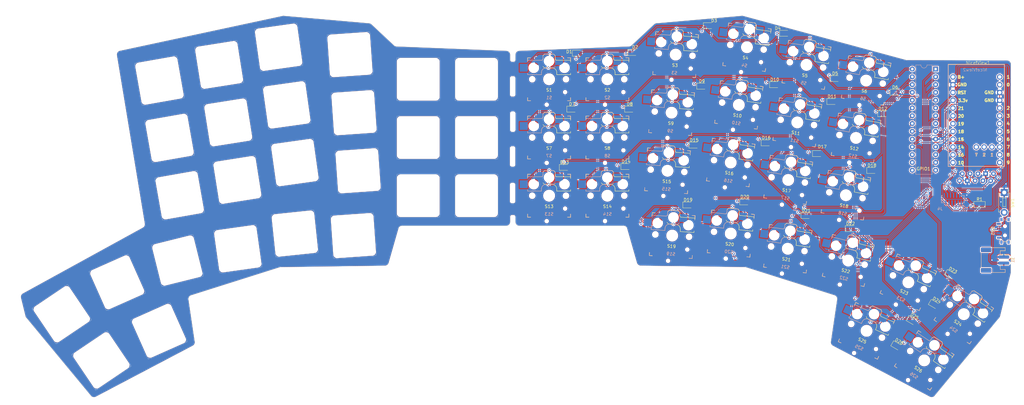
<source format=kicad_pcb>
(kicad_pcb (version 20240108) (generator "pcbnew") (generator_version "8.0")
  (title_block (title "simple_split") (rev "v1.0.0") (company "Unknown"))
  (layers (0 "F.Cu" signal) (31 "B.Cu" signal) (34 "B.Paste" user) (35 "F.Paste" user) (36 "B.SilkS" user "B.Silkscreen") (37 "F.SilkS" user "F.Silkscreen") (38 "B.Mask" user) (39 "F.Mask" user) (44 "Edge.Cuts" user))
  (net 0 "")
  (net 1 "Net-(D1-A)")
  (net 2 "Col_5")
  (net 3 "Net-(D2-A)")
  (net 4 "Net-(D3-A)")
  (net 5 "Net-(D4-A)")
  (net 6 "Net-(D5-A)")
  (net 7 "Net-(D6-A)")
  (net 8 "Net-(D7-A)")
  (net 9 "Net-(D8-A)")
  (net 10 "Net-(D9-A)")
  (net 11 "Net-(D10-A)")
  (net 12 "Net-(D11-A)")
  (net 13 "Net-(D12-A)")
  (net 14 "Row_3")
  (net 15 "Net-(D13-A)")
  (net 16 "Net-(D14-A)")
  (net 17 "Net-(D15-A)")
  (net 18 "Net-(D16-A)")
  (net 19 "Net-(D17-A)")
  (net 20 "Net-(D18-A)")
  (net 21 "Row_4")
  (net 22 "Net-(D19-A)")
  (net 23 "Net-(D20-A)")
  (net 24 "Net-(D21-A)")
  (net 25 "Net-(D22-A)")
  (net 26 "Net-(D23-A)")
  (net 27 "Net-(D24-A)")
  (net 28 "Net-(D25-A)")
  (net 29 "Net-(D26-A)")
  (net 30 "Col_1")
  (net 31 "Col_2")
  (net 32 "Col_3")
  (net 33 "Col_4")
  (net 34 "Col_6")
  (net 35 "Col_7")
  (net 36 "Net-(J1-Pin_1)")
  (net 37 "Net-(J2-Pin_1)")
  (net 38 "VCC")
  (net 39 "Row_1")
  (net 40 "Row_2")
  (net 41 "+BATT")
  (net 42 "GND")
  (net 43 "RESET")
  (net 44 "SCK")
  (net 46 "SCL")
  (net 47 "CS")
  (net 48 "MOSI")
  (net 49 "SDA")
  (net 51 "MISO")
  (net 52 "SS")
  (net 53 "DR")
  (net 61 "GPIO_INTB")
  (net 62 "GPIO_RESET")
  (net 63 "GPIO_INTA")
  (net 72 "TP_BTN1")
  (net 73 "TP_BTN3")
  (net 74 "TP_BTN2")
  (footprint "Kailh Sockets:REVERSED_Kailh_socket_PG1350_reversible" (layer "F.Cu") (at 305.62471 135.851912 -9)
    (property "Reference" "S11")
    (property "Value" "Keyswitch")
  )
  (footprint "Diode_SMD:D_0805_2012Metric" (layer "F.Cu") (at 232.18391 131.529712)
    (property "Reference" "D7")
    (property "Value" "Diode")
  )
  (footprint "Kailh Sockets:REVERSED_Kailh_socket_PG1350_reversible" (layer "F.Cu") (at 302.65241 154.617912 -9)
    (property "Reference" "S17")
    (property "Value" "Keyswitch")
  )
  (footprint "Diode_SMD:D_0805_2012Metric" (layer "F.Cu") (at 316.93391 129.029712)
    (property "Reference" "D11")
    (property "Value" "Diode")
  )
  (footprint "Kailh Sockets:REVERSED_Kailh_socket_PG1350_reversible" (layer "F.Cu") (at 264.63171 132.681112 -4)
    (property "Reference" "S9")
    (property "Value" "Keyswitch")
  )
  (footprint "Diode_SMD:D_0805_2012Metric" (layer "F.Cu") (at 329.93391 151.529712)
    (property "Reference" "D18")
    (property "Value" "Diode")
  )
  (footprint "Kailh Sockets:REVERSED_Kailh_socket_PG1350_reversible" (layer "F.Cu") (at 289.19821 111.321112 -8)
    (property "Reference" "S4")
    (property "Value" "Keyswitch")
  )
  (footprint "Kailh Sockets:REVERSED_Kailh_socket_PG1350_reversible" (layer "F.Cu") (at 328.04851 122.200512 -10)
    (property "Reference" "S6")
    (property "Value" "Keyswitch")
  )
  (footprint "Diode_SMD:D_0805_2012Metric" (layer "F.Cu") (at 251.99641 113.029712)
    (property "Reference" "D2")
    (property "Value" "Diode")
  )
  (footprint "Diode_SMD:D_0805_2012Metric" (layer "F.Cu") (at 229.74641 150.529712)
    (property "Reference" "D13")
    (property "Value" "Diode")
  )
  (footprint "Diode_SMD:D_0805_2012Metric" (layer "F.Cu") (at 271.99641 143.279712)
    (property "Reference" "D15")
    (property "Value" "Diode")
  )
  (footprint "Kicad Footprints:Nice!View" (layer "F.Cu") (at 364.46641 153.879712)
    (property "Reference" "Nice!View1")
    (property "Value" "~")
  )
  (footprint "Kailh Sockets:REVERSED_Kailh_socket_PG1350_reversible" (layer "F.Cu") (at 286.55391 130.136212 -8)
    (property "Reference" "S10")
    (property "Value" "Keyswitch")
  )
  (footprint "Diode_SMD:D_0805_2012Metric" (layer "F.Cu") (at 355.49641 185.529712 -30)
    (property "Reference" "D23")
    (property "Value" "Diode")
  )
  (footprint "Kailh Sockets:REVERSED_Kailh_socket_PG1350_reversible" (layer "F.Cu") (at 224.70781 121.775812)
    (property "Reference" "S1")
    (property "Value" "Keyswitch")
  )
  (footprint "Kailh Sockets:REVERSED_Kailh_socket_PG1350_reversible" (layer "F.Cu") (at 265.95711 113.727312 -4)
    (property "Reference" "S3")
    (property "Value" "Keyswitch")
  )
  (footprint "Kailh Sockets:REVERSED_Kailh_socket_PG1350_reversible" (layer "F.Cu") (at 224.70781 140.775812)
    (property "Reference" "S7")
    (property "Value" "Keyswitch")
  )
  (footprint "Kailh Sockets:REVERSED_Kailh_socket_PG1350_reversible" (layer "F.Cu") (at 322.21311 180.927012 -14)
    (property "Reference" "S22")
    (property "Value" "Keyswitch")
  )
  (footprint "Diode_SMD:D_0805_2012Metric" (layer "F.Cu") (at 298.24641 123.529712)
    (property "Reference" "D10")
    (property "Value" "Diode")
  )
  (footprint "Diode_SMD:D_0805_2012Metric" (layer "F.Cu") (at 312.24641 146.029712)
    (property "Reference" "D17")
    (property "Value" "Diode")
  )
  (footprint "Kailh Sockets:REVERSED_Kailh_socket_PG1350_reversible" (layer "F.Cu") (at 243.70781 140.775812)
    (property "Reference" "S8")
    (property "Value" "Keyswitch")
  )
  (footprint "Diode_SMD:D_0805_2012Metric" (layer "F.Cu") (at 337.99641 208.779712 -30)
    (property "Reference" "D26")
    (property "Value" "Diode")
  )
  (footprint "Diode_SMD:D_0805_2012Metric" (layer "F.Cu") (at 250.99641 131.529712)
    (property "Reference" "D8")
    (property "Value" "Diode")
  )
  (footprint "Kailh Sockets:REVERSED_Kailh_socket_PG1350_reversible" (layer "F.Cu") (at 283.92741 172.123112 -6)
    (property "Reference" "S20")
    (property "Value" "Keyswitch")
  )
  (footprint "Diode_SMD:D_0805_2012Metric" (layer "F.Cu") (at 249.80891 150.279712)
    (property "Reference" "D14")
    (property "Value" "Diode")
  )
  (footprint "Kailh Sockets:REVERSED_Kailh_socket_PG1350_reversible" (layer "F.Cu") (at 328.19701 203.862112 -24)
    (property "Reference" "S25")
    (property "Value" "Keyswitch")
  )
  (footprint "ScottoKeebs_Components:Button_MJTP1243" (layer "F.Cu") (at 373.05391 158.729712 -90)
    (property "Reference" "SW1")
    (property "Value" "Switch")
  )
  (footprint "Diode_SMD:D_0805_2012Metric" (layer "F.Cu") (at 333.49641 133.029712)
    (property "Reference" "D12")
    (property "Value" "Diode")
  )
  (footprint "Kailh Sockets:REVERSED_Kailh_socket_PG1350_reversible" (layer "F.Cu") (at 224.70781 159.775812)
    (property "Reference" "S13")
    (property "Value" "Keyswitch")
  )
  (footprint "Kailh Sockets:REVERSED_Kailh_socket_PG1350_reversible" (layer "F.Cu") (at 324.74921 140.911812 -10)
    (property "Reference" "S12")
    (property "Value" "Keyswitch")
  )
  (footprint "Diode_SMD:D_0805_2012Metric" (layer "F.Cu") (at 288.49641 161.779712)
    (property "Reference" "D20")
    (property "Value" "Diode")
  )
  (footprint "Kailh Sockets:REVERSED_Kailh_socket_PG1350_reversible" (layer "F.Cu") (at 264.83411 172.792912 -4)
    (property "Reference" "S19")
    (property "Value" "Keyswitch")
  )
  (footprint "Diode_SMD:D_0805_2012Metric" (layer "F.Cu") (at 276.68391 104.279712)
    (property "Reference" "D3")
    (property "Value" "Diode")
  )
  (footprint "Diode_SMD:D_0805_2012Metric" (layer "F.Cu") (at 342.99641 200.529712 -30)
    (property "Reference" "D25")
    (property "Value" "Diode")
  )
  (footprint "Kailh Sockets:REVERSED_Kailh_socket_PG1350_reversible" (layer "F.Cu") (at 243.70781 121.775812)
    (property "Reference" "S2")
    (property "Value" "Keyswitch")
  )
  (footprint "Kailh Sockets:REVERSED_Kailh_socket_PG1350_reversible" (layer "F.Cu") (at 263.30631 151.634812 -4)
    (property "Reference" "S15")
    (property "Value" "Keyswitch")
  )
  (footprint "Diode_SMD:D_0805_2012Metric" (layer "F.Cu") (at 350.24641 195.279712 -30)
    (property "Reference" "D24")
    (property "Value" "Diode")
  )
  (footprint "Connector_JST:JST_PH_S2B-PH-SM4-TB_1x02-1MP_P2.00mm_Horizontal" (layer "F.Cu") (at 370.04641 180.779712 -90)
    (property "Reference" "J2")
    (property "Value" "2-Pin JST")
  )
  (footprint "ScottoKeebs_Components:Switch_MSK12C02" (layer "F.Cu") (at 373.29641 171.229712 -90)
    (property "Reference" "DS2")
    (property "Value" "SW_DIP_x01")
  )
  (footprint "Diode_SMD:D_0805_2012Metric" (layer "F.Cu") (at 301.49641 106.779712)
    (property "Reference" "D4")
    (property "Value" "Diode")
  )
  (footprint "Kailh Sockets:REVERSED_Kailh_socket_PG1350_reversible" (layer "F.Cu") (at 346.97711 213.517812 -34)
    (property "Reference" "S26")
    (property "Value" "Keyswitch")
  )
  (footprint "Kailh Sockets:REVERSED_Kailh_socket_PG1350_reversible" (layer "F.Cu") (at 302.50971 177.092712 -8)
    (property "Reference" "S21")
    (property "Value" "Keyswitch")
  )
  (footprint "Diode_SMD:D_0805_2012Metric" (layer "F.Cu") (at 233.99641 113.279712)
    (property "Reference" "D1")
    (property "Value" "Diode")
  )
  (footprint "Kailh Sockets:REVERSED_Kailh_socket_PG1350_reversible" (layer "F.Cu") (at 283.90961 148.951212 -8)
    (property "Reference" "S16")
    (property "Value" "Keyswitch")
  )
  (footprint "Diode_SMD:D_0805_2012Metric" (layer "F.Cu") (at 308.49641 166.279712)
    (property "Reference" "D21")
    (property "Value" "Diode")
  )
  (footprint "Kailh Sockets:REVERSED_Kailh_socket_PG1350_reversible" (layer "F.Cu") (at 321.44991 159.623212 -10)
    (property "Reference" "S18")
    (property "Value" "Keyswitch")
  )
  (footprint "Diode_SMD:D_0805_2012Metric" (layer "F.Cu") (at 269.99641 162.779712)
    (property "Reference" "D19")
    (property "Value" "Diode")
  )
  (footprint "Diode_SMD:D_0805_2012Metric" (layer "F.Cu") (at 317.93391 121.529712)
    (property "Reference" "D5")
    (property "Value" "Diode")
  )
  (footprint "Diode_SMD:D_0805_2012Metric" (layer "F.Cu") (at 295.49641 142.529712)
    (property "Reference" "D16")
    (property "Value" "Diode")
  )
  (footprint "Kailh Sockets:REVERSED_Kailh_socket_PG1350_reversible" (layer "F.Cu") (at 243.70781 159.775812)
    (property "Reference" "S14")
    (property "Value" "Keyswitch")
  )
  (footprint "Kailh Sockets:REVERSED_Kailh_socket_PG1350_reversible" (layer "F.Cu") (at 341.81301 188.031612 -24)
    (property "Reference" "S23")
    (property "Value" "Keyswitch")
  )
  (footprint "Diode_SMD:D_0805_2012Metric" (layer "F.Cu") (at 322.93391 170.529712)
    (property "Reference" "D22")
    (property "Value" "Diode")
  )
  (footprint "PCM_Resistor_SMD_AKL:R_0805_2012Metric_Pad1.20x1.40mm_HandSolder" (layer "F.Cu") (at 364.99641 162.654712)
    (property "Reference" "R1")
    (property "Value" "R_0805")
  )
  (footprint "Diode_SMD:D_0805_2012Metric" (layer "F.Cu") (at 337.49641 126.029712)
    (property "Reference" "D6")
    (property "Value" "Diode")
  )
  (footprint "Kailh Sockets:REVERSED_Kailh_socket_PG1350_reversible" (layer "F.Cu") (at 308.59691 117.085812 -9)
    (property "Reference" "S5")
    (property "Value" "Keyswitch")
  )
  (footprint "Diode_SMD:D_0805_2012Metric" (layer "F.Cu") (at 274.49641 124.029712)
    (property "Reference" "D9")
    (property "Value" "Diode")
  )
  (footprint "Kailh Sockets:REVERSED_Kailh_socket_PG1350_reversible" (layer "F.Cu") (at 359.88151 198.431812 -34)
    (property "Reference" "S24")
    (property "Value" "Keyswitch")
  )
  (footprint "ScottoKeebs_Cutout:Cutout_Choc_1.00u" (layer "B.Cu") (at 78.783389 213.52394 -146)
    (property "Reference" "S26" (hide yes))
    (property "Value" "Keyswitch")
    (fp_poly (pts (xy 7 -7) (xy -7 -7) (xy -7 7) (xy 7 7)) (stroke (width 0.05)) (fill none) (layer "Edge.Cuts"))
  )
  (footprint "ScottoKeebs_Cutout:Cutout_Choc_1.00u" (layer "B.Cu") (at 139.206589 130.14234 -172)
    (property "Reference" "S10" (hide yes))
    (property "Value" "Keyswitch")
    (fp_poly (pts (xy 7 -7) (xy -7 -7) (xy -7 7) (xy 7 7)) (stroke (width 0.05)) (fill none) (layer "Edge.Cuts"))
  )
  (footprint "ScottoKeebs_Cutout:Cutout_Choc_1.00u" (layer "B.Cu") (at 120.135789 135.85804 -171)
    (property "Reference" "S11" (hide yes))
    (property "Value" "Keyswitch")
    (fp_poly (pts (xy 7 -7) (xy -7 -7) (xy -7 7) (xy 7 7)) (stroke (width 0.05)) (fill none) (layer "Edge.Cuts"))
  )
  (footprint "ScottoKeebs_Cutout:Cutout_Choc_1.00u" (layer "B.Cu") (at 104.310589 159.62934 -170)
    (property "Reference" "S18" (hide yes))
    (property "Value" "Keyswitch")
    (fp_poly (pts (xy 7 -7) (xy -7 -7) (xy -7 7) (xy 7 7)) (stroke (width 0.05)) (fill none) (layer "Edge.Cuts"))
  )
  (footprint "ScottoKeebs_Cutout:Cutout_Choc_1.00u" (layer "B.Cu") (at 101.011289 140.91794 -170)
    (property "Reference" "S12" (hide yes))
    (property "Value" "Keyswitch")
    (fp_poly (pts (xy 7 -7) (xy -7 -7) (xy -7 7) (xy 7 7)) (stroke (width 0.05)) (fill none) (layer "Edge.Cuts"))
  )
  (footprint "ScottoKeebs_Cutout:Cutout_Choc_1.00u" (layer "B.Cu") (at 182.052689 121.78194 180)
    (property "Reference" "S2" (hide yes))
    (property "Value" "Keyswitch")
    (fp_rect (start 7 -7) (end -7 7) (stroke (width 0.05)) (fill none) (layer "Edge.Cuts"))
  )
  (footprint "ScottoKeebs_MCU:Nice_Nano_V2" (layer "B.Cu") (at 363.95641 134.709712 180)
    (property "Reference" "MCU1" (hide yes))
    (property "Value" "Nice!Nano" (hide yes))
  )
  (footprint "ScottoKeebs_Cutout:Cutout_Choc_1.00u" (layer "B.Cu") (at 159.803389 113.73344 -176)
    (property "Reference" "S3" (hide yes))
    (property "Value" "Keyswitch")
    (fp_poly (pts (xy 7 -7) (xy -7 -7) (xy -7 7) (xy 7 7)) (stroke (width 0.05)) (fill none) (layer "Edge.Cuts"))
  )
  (footprint "ScottoKeebs_Cutout:Cutout_Choc_1.00u" (layer "B.Cu") (at 136.562289 111.32724 -172)
    (property "Reference" "S4" (hide yes))
    (property "Value" "Keyswitch")
    (fp_poly (pts (xy 7 -7) (xy -7 -7) (xy -7 7) (xy 7 7)) (stroke (width 0.05)) (fill none) (layer "Edge.Cuts"))
  )
  (footprint "ScottoKeebs_Cutout:Cutout_Choc_1.00u" (layer "B.Cu") (at 162.454189 151.64094 -176)
    (property "Reference" "S15" (hide yes))
    (property "Value" "Keyswitch")
    (fp_poly (pts (xy 7 -7) (xy -7 -7) (xy -7 7) (xy 7 7)) (stroke (width 0.05)) (fill none) (layer "Edge.Cuts"))
  )
  (footprint "Kicad Footprints:Nice!View" (layer "B.Cu") (at 363.55641 156.185712 180)
    (property "Reference" "Nice!View2")
    (property "Value" "~")
  )
  (footprint "ScottoKeebs_Cutout:Cutout_Choc_1.00u" (layer "B.Cu") (at 141.850889 148.95734 -172)
    (property "Reference" "S16" (hide yes))
    (property "Value" "Keyswitch")
    (fp_poly (pts (xy 7 -7) (xy -7 -7) (xy -7 7) (xy 7 7)) (stroke (width 0.05)) (fill none) (layer "Edge.Cuts"))
  )
  (footprint "ScottoKeebs_Cutout:Cutout_Choc_1.00u" (layer "B.Cu") (at 161.128789 132.68724 -176)
    (property "Reference" "S9" (hide yes))
    (property "Value" "Keyswitch")
    (fp_poly (pts (xy 7 -7) (xy -7 -7) (xy -7 7) (xy 7 7)) (stroke (width 0.05)) (fill none) (layer "Edge.Cuts"))
  )
  (footprint "Connector_JST:JST_PH_S2B-PH-SM4-TB_1x02-1MP_P2.00mm_Horizontal" (layer "B.Cu") (at 370.04641 180.779712 90)
    (property "Reference" "J1")
    (property "Value" "2-Pin JST")
  )
  (footprint "ScottoKeebs_Cutout:Cutout_Choc_1.00u" (layer "B.Cu") (at 83.947489 188.03774 -156)
    (property "Reference" "S23" (hide yes))
    (property "Value" "Keyswitch")
    (fp_poly (pts (xy 7 -7) (xy -7 -7) (xy -7 7) (xy 7 7)) (stroke (width 0.05)) (fill none) (layer "Edge.Cuts"))
  )
  (footprint "Package_DIP:DIP-28_W7.62mm" (layer "B.Cu") (at 350.69641 118.439712 180)
    (property "Reference" "GPIO1")
    (property "Value" "MCP23017_SP")
  )
  (footprint "ScottoKeebs_Cutout:Cutout_Choc_1.00u" (layer "B.Cu") (at 123.250789 177.09884 -172)
    (property "Reference" "S21" (hide yes))
    (property "Value" "Keyswitch")
    (fp_poly (pts (xy 7 -7) (xy -7 -7) (xy -7 7) (xy 7 7)) (stroke (width 0.05)) (fill none) (layer "Edge.Cuts"))
  )
  (footprint "Kicad Footprints:Molex-78127-1128-Manufacturer_Recommended" (layer "B.Cu") (at 356.546407 160.879711)
    (property "Reference" "J4")
    (property "Value" "78127-1128")
  )
  (footprint "ScottoKeebs_Cutout:Cutout_Choc_1.00u" (layer "B.Cu") (at 141.833089 172.12924 -174)
    (property "Reference" "S20" (hide yes))
    (property "Value" "Keyswitch")
    (fp_poly (pts (xy 7 -7) (xy -7 -7) (xy -7 7) (xy 7 7)) (stroke (width 0.05)) (fill none) (layer "Edge.Cuts"))
  )
  (footprint "ScottoKeebs_Cutout:Cutout_Choc_1.00u" (layer "B.Cu") (at 97.711989 122.20664 -170)
    (property "Reference" "S6" (hide yes))
    (property "Value" "Keyswitch")
    (fp_poly (pts (xy 7 -7) (xy -7 -7) (xy -7 7) (xy 7 7)) (stroke (width 0.05)) (fill none) (layer "Edge.Cuts"))
  )
  (footprint "ScottoKeebs_Cutout:Cutout_Choc_1.00u" (layer "B.Cu") (at 97.563489 203.86824 -156)
    (property "Reference" "S25" (hide yes))
    (property "Value" "Keyswitch")
    (fp_poly (pts (xy 7 -7) (xy -7 -7) (xy -7 7) (xy 7 7)) (stroke (width 0.05)) (fill none) (layer "Edge.Cuts"))
  )
  (footprint "ScottoKeebs_Cutout:Cutout_Choc_1.00u" (layer "B.Cu") (at 201.052689 159.78194 180)
    (property "Reference" "S13" (hide yes))
    (property "Value" "Keyswitch")
    (fp_rect (start 7 -7) (end -7 7) (stroke (width 0.05)) (fill none) (layer "Edge.Cuts"))
  )
  (footprint "ScottoKeebs_Cutout:Cutout_Choc_1.00u" (layer "B.Cu") (at 201.052689 121.78194 180)
    (property "Reference" "S1" (hide yes))
    (property "Value" "Keyswitch")
    (fp_rect (start 7 -7) (end -7 7) (stroke (width 0.05)) (fill none) (layer "Edge.Cuts"))
  )
  (footprint "ScottoKeebs_Cutout:Cutout_Choc_1.00u" (layer "B.Cu") (at 182.052689 159.78194 180)
    (property "Reference" "S14" (hide yes))
    (property "Value" "Keyswitch")
    (fp_rect (start 7 -7) (end -7 7) (stroke (width 0.05)) (fill none) (layer "Edge.Cuts"))
  )
  (footprint "ScottoKeebs_Cutout:Cutout_Choc_1.00u" (layer "B.Cu") (at 117.163589 117.09194 -171)
    (property "Reference" "S5" (hide yes))
    (property "Value" "Keyswitch")
    (fp_poly (pts (xy 7 -7) (xy -7 -7) (xy -7 7) (xy 7 7)) (stroke (width 0.05)) (fill none) (layer "Edge.Cuts"))
  )
  (footprint "ScottoKeebs_Cutout:Cutout_Choc_1.00u" (layer "B.Cu") (at 160.926389 172.79904 -176)
    (property "Reference" "S19" (hide yes))
    (property "Value" "Keyswitch")
    (fp_poly (pts (xy 7 -7) (xy -7 -7) (xy -7 7) (xy 7 7)) (stroke (width 0.05)) (fill none) (layer "Edge.Cuts"))
  )
  (footprint "ScottoKeebs_Cutout:Cutout_Choc_1.00u" (layer "B.Cu") (at 182.052689 140.78194 180)
    (property "Reference" "S8" (hide yes))
    (property "Value" "Keyswitch")
    (fp_rect (start 7 -7) (end -7 7) (stroke (width 0.05)) (fill none) (layer "Edge.Cuts"))
  )
  (footprint "ScottoKeebs_Cutout:Cutout_Choc_1.00u" (layer "B.Cu") (at 65.878989 198.43794 -146)
    (property "Reference" "S24" (hide yes))
    (property "Value" "Keyswitch")
    (fp_poly (pts (xy 7 -7) (xy -7 -7) (xy -7 7) (xy 7 7)) (stroke (width 0.05)) (fill none) (layer "Edge.Cuts"))
  )
  (footprint "ScottoKeebs_Cutout:Cutout_Choc_1.00u" (layer "B.Cu") (at 103.547389 180.93314 -166)
    (property "Reference" "S22" (hide yes))
    (property "Value" "Keyswitch")
    (fp_poly (pts (xy 7 -7) (xy -7 -7) (xy -7 7) (xy 7 7)) (stroke (width 0.05)) (fill none) (layer "Edge.Cuts"))
  )
  (footprint "ScottoKeebs_Cutout:Cutout_Choc_1.00u" (layer "B.Cu") (at 201.052689 140.78194 180)
    (property "Reference" "S7" (hide yes))
    (property "Value" "Keyswitch")
    (fp_rect (start 7 -7) (end -7 7) (stroke (width 0.05)) (fill none) (layer "Edge.Cuts"))
  )
  (footprint "ScottoKeebs_Components:Switch_MSK12C02" (layer "B.Cu") (at 373.29641 171.229712 90)
    (property "Reference" "DS1")
    (property "Value" "SW_DIP_x01")
  )
  (footprint "ScottoKeebs_Cutout:Cutout_Choc_1.00u" (layer "B.Cu") (at 123.108089 154.62404 -171)
    (property "Reference" "S17" (hide yes))
    (property "Value" "Keyswitch")
    (fp_poly (pts (xy 7 -7) (xy -7 -7) (xy -7 7) (xy 7 7)) (stroke (width 0.05)) (fill none) (layer "Edge.Cuts"))
  )
  (gr_line (start 212.61 132.25) (end 213.14 132.25) (stroke (width 0.05)) (layer "Edge.Cuts"))
  (gr_arc (start 251.60366 110.742281) (mid 251.225595 110.987202) (end 250.785814 111.084754) (stroke (width 0.1)) (layer "Edge.Cuts"))
  (gr_line (start 107.142873 193.62872) (end 109.180333 207.40207) (stroke (width 0.1)) (layer "Edge.Cuts"))
  (gr_line (start 213.725 144.26) (end 213.725 149.69) (stroke (width 0.05)) (layer "Edge.Cuts"))
  (gr_arc (start 254.574126 182.56743) (mid 253.820312 182.305956) (end 253.371237 181.646458) (stroke (width 0.05)) (layer "Edge.Cuts"))
  (gr_line (start 166.822258 103.87224) (end 174.156839 110.748409) (stroke (width 0.1)) (layer "Edge.Cuts"))
  (gr_arc (start 212.635543 116.1) (mid 212.186338 115.913821) (end 212.000544 115.464457) (stroke (width 0.05)) (layer "Edge.Cuts"))
  (gr_arc (start 211.925 156.185) (mid 212.110987 155.735987) (end 212.56 155.55) (stroke (width 0.05)) (layer "Edge.Cuts"))
  (gr_line (start 211.95 126.815) (end 211.95 121.385) (stroke (width 0.05)) (layer "Edge.Cuts"))
  (gr_line (start 54.124569 199.239732) (end 52.610822 193.102778) (stroke (width 0.05)) (layer "Edge.Cuts"))
  (gr_arc (start 341.427578 115.565846) (mid 341.260001 115.554749) (end 341.095358 115.521623) (stroke (width 0.1)) (layer "Edge.Cuts"))
  (gr_line (start 213.115 127.45) (end 212.585 127.45) (stroke (width 0.05)) (layer "Edge.Cuts"))
  (gr_arc (start 172.389262 181.652586) (mid 171.940179 182.312072) (end 171.186373 182.573558) (stroke (width 0.05)) (layer "Edge.Cuts"))
  (gr_line (start 211.925 161.615) (end 211.925 156.185) (stroke (width 0.05)) (layer "Edge.Cuts"))
  (gr_line (start 212.585 120.75) (end 213.115 120.75) (stroke (width 0.05)) (layer "Edge.Cuts"))
  (gr_line (start 375.207611 116.933005) (end 375.158525 184.952484) (stroke (width 0.1)) (layer "Edge.Cuts"))
  (gr_line (start 172.389262 181.652586) (end 175.645865 170.254515) (stroke (width 0.05)) (layer "Edge.Cuts"))
  (gr_line (start 92.324765 170.201541) (end 53.232197 191.685637) (stroke (width 0.05)) (layer "Edge.Cuts"))
  (gr_arc (start 109.180333 207.40207) (mid 109.056624 208.162446) (end 108.516156 208.711417) (stroke (width 0.05)) (layer "Edge.Cuts"))
  (gr_line (start 138.227074 101.09172) (end 166.06463 103.533611) (stroke (width 0.1)) (layer "Edge.Cuts"))
  (gr_arc (start 54.226381 199.441904) (mid 54.164077 199.346559) (end 54.124569 199.239732) (stroke (width 0.05)) (layer "Edge.Cuts"))
  (gr_arc (start 212.001974 168.301974) (mid 211.63 169.2) (end 210.731974 169.571974) (stroke (width 0.1)) (layer "Edge.Cuts"))
  (gr_line (start 348.795656 225.33471) (end 317.244343 208.705289) (stroke (width 0.05)) (layer "Edge.Cuts"))
  (gr_line (start 213.124585 166.04) (end 212.635554 166.04) (stroke (width 0.05)) (layer "Edge.Cuts"))
  (gr_arc (start 107.142873 193.62872) (mid 107.329658 192.780065) (end 108.018331 192.250128) (stroke (width 0.1)) (layer "Edge.Cuts"))
  (gr_line (start 137.158782 183.06247) (end 171.186373 182.573558) (stroke (width 0.05)) (layer "Edge.Cuts"))
  (gr_arc (start 213.124585 166.04) (mid 213.573745 166.226134) (end 213.759585 166.675415) (stroke (width 0.05)) (layer "Edge.Cuts"))
  (gr_line (start 373.94137 115.662095) (end 341.427578 115.565846) (stroke (width 0.05)) (layer "Edge.Cuts"))
  (gr_line (start 213.09 162.25) (end 212.56 162.25) (stroke (width 0.05)) (layer "Edge.Cuts"))
  (gr_arc (start 166.06463 103.533611) (mid 166.471883 103.639298) (end 166.822258 103.87224) (stroke (width 0.1)) (layer "Edge.Cuts"))
  (gr_line (start 375.158525 184.952484) (end 371.608126 199.346324) (stroke (width 0.05)) (layer "Edge.Cuts"))
  (gr_arc (start 213.75 126.815) (mid 213.564013 127.264013) (end 213.115 127.45) (stroke (width 0.05)) (layer "Edge.Cuts"))
  (gr_arc (start 212.56 150.325) (mid 212.110987 150.139013) (end 211.925 149.69) (stroke (width 0.05)) (layer "Edge.Cuts"))
  (gr_arc (start 350.366322 225.020783) (mid 349.636721 225.45658) (end 348.795656 225.33471) (stroke (width 0.05)) (layer "Edge.Cuts"))
  (gr_arc (start 212.61 138.95) (mid 212.160987 138.764013) (end 211.975 138.315) (stroke (width 0.05)) (layer "Edge.Cuts"))
  (gr_line (start 212.001974 113.79219) (end 212.000544 115.464457) (stroke (width 0.1)) (layer "Edge.Cuts"))
  (gr_arc (start 210.782733 112.523204) (mid 211.647778 112.912285) (end 212.001974 113.79219) (stroke (width 0.1)) (layer "Edge.Cuts"))
  (gr_arc (start 288.601717 183.056342) (mid 288.756756 183.075369) (end 288.90829 183.113272) (stroke (width 0.1)) (layer "Edge.Cuts"))
  (gr_arc (start 213.115 120.75) (mid 213.564013 120.935987) (end 213.75 121.385) (stroke (width 0.05)) (layer "Edge.Cuts"))
  (gr_arc (start 212.000555 166.675554) (mid 212.186346 166.226184) (end 212.635554 166.04) (stroke (width 0.05)) (layer "Edge.Cuts"))
  (gr_line (start 174.974685 111.090882) (end 210.782733 112.523204) (stroke (width 0.1)) (layer "Edge.Cuts"))
  (gr_line (start 316.580166 207.395942) (end 318.617626 193.622592) (stroke (width 0.1)) (layer "Edge.Cuts"))
  (gr_arc (start 287.533425 101.085592) (mid 287.756761 101.08571) (end 287.976622 101.124956) (stroke (width 0.1)) (layer "Edge.Cuts"))
  (gr_line (start 248.988671 169.565846) (end 215.028525 169.565846) (stroke (width 0.1)) (layer "Edge.Cuts"))
  (gr_arc (start 373.94137 115.662095) (mid 374.837317 116.03571) (end 375.207611 116.933005) (stroke (width 0.1)) (layer "Edge.Cuts"))
  (gr_arc (start 76.964843 225.340838) (mid 76.12378 225.462708) (end 75.394177 225.026911) (stroke (width 0.05)) (layer "Edge.Cuts"))
  (gr_line (start 108.516156 208.711417) (end 76.964843 225.340838) (stroke (width 0.05)) (layer "Edge.Cuts"))
  (gr_line (start 213.09 150.325) (end 212.56 150.325) (stroke (width 0.05)) (layer "Edge.Cuts"))
  (gr_line (start 211.975 138.315) (end 211.975 132.885) (stroke (width 0.05)) (layer "Edge.Cuts"))
  (gr_line (start 212.635543 116.1) (end 213.117335 116.1) (stroke (width 0.05)) (layer "Edge.Cuts"))
  (gr_arc (start 213.725 149.69) (mid 213.539013 150.139013) (end 213.09 150.325) (stroke (width 0.05)) (layer "Edge.Cuts"))
  (gr_line (start 212.56 155.55) (end 213.09 155.55) (stroke (width 0.05)) (layer "Edge.Cuts"))
  (gr_line (start 251.60366 110.742281) (end 258.938241 103.866112) (stroke (width 0.1)) (layer "Edge.Cuts"))
  (gr_arc (start 174.974685 111.090882) (mid 174.534906 110.993331) (end 174.156839 110.748409) (stroke (width 0.1)) (layer "Edge.Cuts"))
  (gr_line (start 250.114634 170.248387) (end 253.371237 181.646458) (stroke (width 0.05)) (layer "Edge.Cuts"))
  (gr_arc (start 213.775 138.315) (mid 213.589013 138.764013) (end 213.14 138.95) (stroke (width 0.05)) (layer "Edge.Cuts"))
  (gr_arc (start 137.783877 101.131084) (mid 138.003738 101.091838) (end 138.227074 101.09172) (stroke (width 0.1)) (layer "Edge.Cuts"))
  (gr_arc (start 213.725 161.615) (mid 213.539013 162.064013) (end 213.09 162.25) (stroke (width 0.05)) (layer "Edge.Cuts"))
  (gr_line (start 287.976622 101.124956) (end 341.095358 115.521623) (stroke (width 0.1)) (layer "Edge.Cuts"))
  (gr_line (start 213.75 121.385) (end 213.75 126.815) (stroke (width 0.05)) (layer "Edge.Cuts"))
  (gr_arc (start 136.852209 183.1194) (mid 137.003743 183.081497) (end 137.158782 183.06247) (stroke (width 0.1)) (layer "Edge.Cuts"))
  (gr_arc (start 212.56 162.25) (mid 212.110987 162.064013) (end 211.925 161.615) (stroke (width 0.05)) (layer "Edge.Cuts"))
  (gr_line (start 254.574126 182.56743) (end 288.601717 183.056342) (stroke (width 0.05)) (layer "Edge.Cuts"))
  (gr_line (start 210.731974 169.571974) (end 176.771828 169.571974) (stroke (width 0.1)) (layer "Edge.Cuts"))
  (gr_arc (start 212.585 127.45) (mid 212.135987 127.264013) (end 211.95 126.815) (stroke (width 0.05)) (layer "Edge.Cuts"))
  (gr_arc (start 258.938241 103.866112) (mid 259.288617 103.633169) (end 259.695869 103.527483) (stroke (width 0.1)) (layer "Edge.Cuts"))
  (gr_arc (start 175.645865 170.254515) (mid 176.113491 169.75594) (end 176.771828 169.571974) (stroke (width 0.1)) (layer "Edge.Cuts"))
  (gr_line (start 259.695869 103.527483) (end 287.533425 101.085592) (stroke (width 0.1)) (layer "Edge.Cuts"))
  (gr_arc (start 213.752331 115.467339) (mid 213.56552 115.914839) (end 213.117335 116.1) (stroke (width 0.1)) (layer "Edge.Cuts"))
  (gr_arc (start 213.09 155.55) (mid 213.539013 155.735987) (end 213.725 156.185) (stroke (width 0.05)) (layer "Edge.Cuts"))
  (gr_arc (start 215.028525 169.565846) (mid 214.130499 169.193872) (end 213.758525 168.295846) (stroke (width 0.1)) (layer "Edge.Cuts"))
  (gr_arc (start 52.610822 193.102778) (mid 52.680743 192.288628) (end 53.232197 191.685637) (stroke (width 0.05)) (layer "Edge.Cuts"))
  (gr_arc (start 83.877648 113.944717) (mid 84.080762 113.022798) (end 84.863962 112.495742) (stroke (width 0.05)) (layer "Edge.Cuts"))
  (gr_arc (start 317.244343 208.705289) (mid 316.703873 208.156314) (end 316.580166 207.395942) (stroke (width 0.05)) (layer "Edge.Cuts"))
  (gr_arc (start 211.925 144.26) (mid 212.110987 143.810987) (end 212.56 143.625) (stroke (width 0.05)) (layer "Edge.Cuts"))
  (gr_line (start 213.775 132.885) (end 213.775 138.315) (stroke (width 0.05)) (layer "Edge.Cuts"))
  (gr_line (start 212.56 143.625) (end 213.09 143.625) (stroke (width 0.05)) (layer "Edge.Cuts"))
  (gr_arc (start 213.758525 113.786062) (mid 214.112723 112.906155) (end 214.977766 112.517076) (stroke (width 0.1)) (layer "Edge.Cuts"))
  (gr_arc (start 213.14 132.25) (mid 213.589013 132.435987) (end 213.775 132.885) (stroke (width 0.05)) (layer "Edge.Cuts"))
  (gr_line (start 212.000555 166.675554) (end 212.001974 168.301974) (stroke (width 0.05)) (layer "Edge.Cuts"))
  (gr_line (start 213.758525 168.295846) (end 213.759585 166.675415) (stroke (width 0.05)) (layer "Edge.Cuts"))
  (gr_line (start 211.925 149.69) (end 211.925 144.26) (stroke (width 0.05)) (layer "Edge.Cuts"))
  (gr_line (start 92.966763 168.88552) (end 83.877648 113.944717) (stroke (width 0.05)) (layer "Edge.Cuts"))
  (gr_line (start 317.742168 192.244) (end 288.90829 183.113272) (stroke (width 0.1)) (layer "Edge.Cuts"))
  (gr_line (start 213.725 156.185) (end 213.725 161.615) (stroke (width 0.05)) (layer "Edge.Cuts"))
  (gr_arc (start 211.975 132.885) (mid 212.160987 132.435987) (end 212.61 132.25) (stroke (width 0.05)) (layer "Edge.Cuts"))
  (gr_arc (start 92.966763 168.88552) (mid 92.854498 169.645349) (end 92.324765 170.201541) (stroke (width 0.05)) (layer "Edge.Cuts"))
  (gr_line (start 214.977766 112.517076) (end 250.785814 111.084754) (stroke (width 0.1)) (layer "Edge.Cuts"))
  (gr_line (start 75.394177 225.026911) (end 54.226381 199.441904) (stroke (width 0.1)) (layer "Edge.Cuts"))
  (gr_line (start 136.852209 183.1194) (end 108.018331 192.250128) (stroke (width 0.1)) (layer "Edge.Cuts"))
  (gr_arc (start 248.988671 169.565846) (mid 249.647009 169.749813) (end 250.114634 170.248387) (stroke (width 0.1)) (layer "Edge.Cuts"))
  (gr_line (start 213.14 138.95) (end 212.61 138.95) (stroke (width 0.05)) (layer "Edge.Cuts"))
  (gr_arc (start 211.95 121.385) (mid 212.135987 120.935987) (end 212.585 120.75) (stroke (width 0.05)) (layer "Edge.Cuts"))
  (gr_arc (start 213.09 143.625) (mid 213.539013 143.810987) (end 213.725 144.26) (stroke (width 0.05)) (layer "Edge.Cuts"))
  (gr_arc (start 317.742168 192.244) (mid 318.430839 192.773933) (end 318.617626 193.622592) (stroke (width 0.1)) (layer "Edge.Cuts"))
  (gr_line (start 84.863962 112.495742) (end 137.783877 101.131084) (stroke (width 0.1)) (layer "Edge.Cuts"))
  (gr_line (start 371.608126 199.346324) (end 350.366322 225.020783) (stroke (width 0.1)) (layer "Edge.Cuts"))
  (gr_line (start 213.752331 115.467339) (end 213.758525 113.786062) (stroke (width 0.1)) (layer "Edge.Cuts"))
  (segment (start 234.93441 114.217212) (end 234.93391 114.216712) (width 0.25) (layer "F.Cu") (net 1))
  (segment (start 228.23641 113.279712) (end 224.99641 113.279712) (width 0.25) (layer "F.Cu") (net 1))
  (segment (start 234.93441 116.074712) (end 234.93441 114.217212) (width 0.25) (layer "F.Cu") (net 1))
  (segment (start 234.93391 114.216712) (end 234.93391 113.279712) (width 0.25) (layer "F.Cu") (net 1))
  (segment (start 232.98241 118.025712) (end 234.93441 116.074712) (width 0.25) (layer "F.Cu") (net 1))
  (segment (start 232.27041 117.313712) (end 228.23641 113.279712) (width 0.25) (layer "F.Cu") (net 1))
  (segment (start 234.93441 114.217212) (end 234.93441 113.904712) (width 0.25) (layer "F.Cu") (net 1))
  (via (at 224.99641 113.279712) (size 0.8) (drill 0.4) (layers "F.Cu" "B.Cu") (net 1))
  (segment (start 224.99641 113.279712) (end 221.17841 113.279712) (width 0.25) (layer "B.Cu") (net 1))
  (segment (start 221.17841 113.279712) (end 216.43261 118.025512) (width 0.25) (layer "B.Cu") (net 1))
  (segment (start 341.24141 182.594712) (end 343.05641 184.409712) (width 0.25) (layer "F.Cu") (net 2))
  (segment (start 307.84641 163.529712) (end 305.99741 161.680712) (width 0.25) (layer "F.Cu") (net 2))
  (segment (start 308.95541 113.358712) (end 309.49541 113.358712) (width 0.25) (layer "F.Cu") (net 2))
  (segment (start 306.29341 110.696712) (end 308.95541 113.358712) (width 0.25) (layer "F.Cu") (net 2))
  (segment (start 300.34841 145.905712) (end 300.34841 148.228712) (width 0.25) (layer "F.Cu") (net 2))
  (segment (start 346.06641 128.599712) (end 350.69641 128.599712) (width 0.25) (layer "F.Cu") (net 2))
  (segment (start 306.13741 132.279712) (end 306.24641 132.279712) (width 0.25) (layer "F.Cu") (net 2))
  (segment (start 337.95041 176.549712) (end 341.24141 179.840712) (width 0.25) (layer "F.Cu") (net 2))
  (segment (start 341.24141 182.018712) (end 341.24141 182.594712) (width 0.25) (layer "F.Cu") (net 2))
  (segment (start 325.08341 163.825712) (end 324.84641 164.062712) (width 0.25) (layer "F.Cu") (net 2))
  (segment (start 304.74641 128.036712) (end 304.74641 114.749712) (width 0.25) (layer "F.Cu") (net 2))
  (segment (start 306.29341 113.203712) (end 306.29341 110.696712) (width 0.25) (layer "F.Cu") (net 2))
  (segment (start 324.84641 164.062712) (end 324.84641 169.043712) (width 0.25) (layer "F.Cu") (net 2))
  (segment (start 332.35241 176.549712) (end 337.95041 176.549712) (width 0.25) (layer "F.Cu") (net 2))
  (segment (start 305.99741 161.680712) (end 305.99741 153.530712) (width 0.25) (layer "F.Cu") (net 2))
  (segment (start 303.32041 129.462712) (end 304.74641 128.036712) (width 0.25) (layer "F.Cu") (net 2))
  (segment (start 303.32041 129.462712) (end 303.32041 142.933712) (width 0.25) (layer "F.Cu") (net 2))
  (segment (start 344.64641 127.179712) (end 346.06641 128.599712) (width 0.25) (layer "F.Cu") (net 2))
  (segment (start 303.14941 151.029712) (end 303.49641 151.029712) (width 0.25) (layer "F.Cu") (net 2))
  (segment (start 303.32041 142.933712) (end 300.34841 145.905712) (width 0.25) (layer "F.Cu") (net 2))
  (segment (start 304.74641 114.749712) (end 306.29341 113.203712) (width 0.25) (layer "F.Cu") (net 2))
  (segment (start 303.34841 129.490712) (end 306.13741 132.279712) (width 0.25) (layer "F.Cu") (net 2))
  (segment (start 324.84641 169.043712) (end 332.35241 176.549712) (width 0.25) (layer "F.Cu") (net 2))
  (segment (start 300.34851 148.228812) (end 303.14941 151.029712) (width 0.25) (layer "F.Cu") (net 2))
  (segment (start 305.99741 153.530712) (end 303.49641 151.029712) (width 0.25) (layer "F.Cu") (net 2))
  (segment (start 341.24141 179.840712) (end 341.24141 181.263712) (width 0.25) (layer "F.Cu") (net 2))
  (via (at 344.64641 127.179712) (size 0.8) (drill 0.4) (layers "F.Cu" "B.Cu") (net 2))
  (via (at 306.24641 132.279712) (size 0.8) (drill 0.4) (layers "F.Cu" "B.Cu") (net 2))
  (via (at 325.08341 163.825712) (size 0.8) (drill 0.4) (layers "F.Cu" "B.Cu") (net 2))
  (via (at 309.49541 113.358712) (size 0.8) (drill 0.4) (layers "F.Cu" "B.Cu") (net 2))
  (via (at 303.49641 151.029712) (size 0.8) (drill 0.4) (layers "F.Cu" "B.Cu") (net 2))
  (via (at 343.05641 184.409712) (size 0.8) (drill 0.4) (layers "F.Cu" "B.Cu") (net 2))
  (via (at 307.84641 163.529712) (size 0.8) (drill 0.4) (layers "F.Cu" "B.Cu") (net 2))
  (segment (start 325.37641 163.532712) (end 325.37641 163.529712) (width 0.25) (layer "B.Cu") (net 2))
  (segment (start 343.45641 184.470712) (end 343.39541 184.409712) (width 0.25) (layer "B.Cu") (net 2))
  (segment (start 325.37641 163.529712) (end 307.84641 163.529712) (width 0.25) (layer "B.Cu") (net 2))
  (segment (start 332.74641 165.009712) (end 327.43641 165.009712) (width 0.25) (layer "B.Cu") (net 2))
  (segment (start 346.68241 184.470712) (end 343.45641 184.470712) (width 0.25) (layer "B.Cu") (net 2))
  (segment (start 337.899205 127.429712) (end 333.676413 131.652504) (width 0.25) (layer "B.Cu") (net 2))
  (segment (start 325.95641 163.529712) (end 325.37641 163.529712) (width 0.25) (layer "B.Cu") (net 2))
  (segment (start 305.04141 151.029712) (end 303.49641 151.029712) (width 0.25) (layer "B.Cu") (net 2))
  (segment (start 307.99741 132.279712) (end 309.79041 130.487712) (width 0.25) (layer "B.Cu") (net 2))
  (segment (start 333.676413 131.652504) (end 333.676413 164.079709) (width 0.25) (layer "B.Cu") (net 2))
  (segment (start 343.39541 184.409712) (end 343.05641 184.409712) (width 0.25) (layer "B.Cu") (net 2))
  (segment (start 325.08341 163.825712) (end 325.37641 163.532712) (width 0.25) (layer "B.Cu") (net 2))
  (segment (start 344.64641 127.179712) (end 344.39641 127.429712) (width 0.25) (layer "B.Cu") (net 2))
  (segment (start 306.24641 132.279712) (end 307.99741 132.279712) (width 0.25) (layer "B.Cu") (net 2))
  (segment (start 311.12541 113.358712) (end 312.76241 111.721712) (width 0.25) (layer "B.Cu") (net 2))
  (segment (start 344.39641 127.429712) (end 337.899205 127.429712) (width 0.25) (layer "B.Cu") (net 2))
  (segment (start 309.49541 113.358712) (end 311.12541 113.358712) (width 0.25) (layer "B.Cu") (net 2))
  (segment (start 306.81741 149.253712) (end 305.04141 151.029712) (width 0.25) (layer "B.Cu") (net 2))
  (segment (start 327.43641 165.009712) (end 325.95641 163.529712) (width 0.25) (layer "B.Cu") (net 2))
  (segment (start 333.676413 164.079709) (end 332.74641 165.009712) (width 0.25) (layer "B.Cu") (net 2))
  (segment (start 252.93391 116.062712) (end 252.93391 113.029712) (width 0.25) (layer "F.Cu") (net 3))
  (segment (start 252.93441 117.074712) (end 252.93441 116.063212) (width 0.25) (layer "F.Cu") (net 3))
  (segment (start 247.23641 113.279712) (end 243.49641 113.279712) (width 0.25) (layer "F.Cu") (net 3))
  (segment (start 251.27041 117.313712) (end 247.23641 113.279712) (width 0.25) (layer "F.Cu") (net 3))
  (segment (start 252.93441 116.063212) (end 252.93391 116.062712) (width 0.25) (layer "F.Cu") (net 3))
  (via (at 243.49641 113.279712) (size 0.8) (drill 0.4) (layers "F.Cu" "B.Cu") (net 3))
  (segment (start 243.49641 113.279712) (end 240.17841 113.279712) (width 0.25) (layer "B.Cu") (net 3))
  (segment (start 240.17841 113.279712) (end 235.43261 118.025512) (width 0.25) (layer "B.Cu") (net 3))
  (segment (start 277.62141 107.415712) (end 274.47341 110.563712) (width 0.25) (layer "F.Cu") (net 4))
  (segment (start 269.18941 105.279712) (end 266.24641 105.279712) (width 0.25) (layer "F.Cu") (net 4))
  (segment (start 274.47341 110.563712) (end 269.18941 105.279712) (width 0.25) (layer "F.Cu") (net 4))
  (segment (start 277.62141 104.279712) (end 277.62141 107.415712) (width 0.25) (layer "F.Cu") (net 4))
  (via (at 266.24641 105.279712) (size 0.8) (drill 0.4) (layers "F.Cu" "B.Cu") (net 4))
  (segment (start 262.09341 105.279712) (end 257.96441 109.409712) (width 0.25) (layer "B.Cu") (net 4))
  (segment (start 266.24641 105.279712) (end 262.09341 105.279712) (width 0.25) (layer "B.Cu") (net 4))
  (segment (start 291.99641 108.279712) (end 293.89441 110.178712) (width 0.25) (layer "F.Cu") (net 5))
  (segment (start 288.74641 103.279712) (end 290.74641 103.279712) (width 0.25) (layer "F.Cu") (net 5))
  (segment (start 296.49541 110.178712) (end 297.91441 108.759712) (width 0.25) (layer "F.Cu") (net 5))
  (segment (start 300.45441 108.759712) (end 302.43441 106.779712) (width 0.25) (layer "F.Cu") (net 5))
  (segment (start 293.89441 110.178712) (end 296.49541 110.178712) (width 0.25) (layer "F.Cu") (net 5))
  (segment (start 297.91441 108.759712) (end 300.45441 108.759712) (width 0.25) (layer "F.Cu") (net 5))
  (segment (start 290.74641 103.279712) (end 291.99641 104.529712) (width 0.25) (layer "F.Cu") (net 5))
  (segment (start 291.99641 104.529712) (end 291.99641 108.279712) (width 0.25) (layer "F.Cu") (net 5))
  (via (at 288.74641 103.279712) (size 0.8) (drill 0.4) (layers "F.Cu" "B.Cu") (net 5))
  (segment (start 284.95141 103.029712) (end 281.52561 106.455512) (width 0.25) (layer "B.Cu") (net 5))
  (segment (start 288.49641 103.029712) (end 284.95141 103.029712) (width 0.25) (layer "B.Cu") (net 5))
  (segment (start 288.74641 103.279712) (end 288.49641 103.029712) (width 0.25) (layer "B.Cu") (net 5))
  (segment (start 318.87141 121.529712) (end 318.87141 116.190712) (width 0.25) (layer "F.Cu") (net 6))
  (segment (start 317.35641 114.676712) (end 310.96041 108.279712) (width 0.25) (layer "F.Cu") (net 6))
  (segment (start 318.87141 116.190712) (end 317.35641 114.676712) (width 0.25) (layer "F.Cu") (net 6))
  (segment (start 310.96041 108.279712) (end 309.74641 108.279712) (width 0.25) (layer "F.Cu") (net 6))
  (via (at 309.74641 108.279712) (size 0.8) (drill 0.4) (layers "F.Cu" "B.Cu") (net 6))
  (segment (start 304.81841 108.279712) (end 301.01041 112.087712) (width 0.25) (layer "B.Cu") (net 6))
  (segment (start 309.74641 108.279712) (end 304.81841 108.279712) (width 0.25) (layer "B.Cu") (net 6))
  (segment (start 338.43441 126.029712) (end 338.43441 121.529712) (width 0.25) (layer "F.Cu") (net 7))
  (segment (start 330.43441 113.529712) (end 329.49641 113.529712) (width 0.25) (layer "F.Cu") (net 7))
  (segment (start 336.84941 119.944712) (end 330.43441 113.529712) (width 0.25) (layer "F.Cu") (net 7))
  (segment (start 338.43441 121.529712) (end 336.95441 120.049712) (width 0.25) (layer "F.Cu") (net 7))
  (via (at 329.49641 113.529712) (size 0.8) (drill 0.4) (layers "F.Cu" "B.Cu") (net 7))
  (segment (start 323.59141 114.029712) (end 320.55051 117.070612) (width 0.25) (layer "B.Cu") (net 7))
  (segment (start 328.99641 114.029712) (end 323.59141 114.029712) (width 0.25) (layer "B.Cu") (net 7))
  (segment (start 329.49641 113.529712) (end 328.99641 114.029712) (width 0.25) (layer "B.Cu") (net 7))
  (segment (start 232.27041 136.313712) (end 228.33041 132.373712) (width 0.25) (layer "F.Cu") (net 8))
  (segment (start 233.12141 131.529712) (end 233.12141 136.886712) (width 0.25) (layer "F.Cu") (net 8))
  (segment (start 228.33041 132.373712) (end 224.88141 132.373712) (width 0.25) (layer "F.Cu") (net 8))
  (via (at 224.88141 132.373712) (size 0.8) (drill 0.4) (layers "F.Cu" "B.Cu") (net 8))
  (segment (start 224.88141 132.373712) (end 221.08541 132.373712) (width 0.25) (layer "B.Cu") (net 8))
  (segment (start 221.08541 132.373712) (end 216.43261 137.025512) (width 0.25) (layer "B.Cu") (net 8))
  (segment (start 247.23641 132.279712) (end 243.49641 132.279712) (width 0.25) (layer "F.Cu") (net 9))
  (segment (start 251.93391 135.614712) (end 251.93391 131.529712) (width 0.25) (layer "F.Cu") (net 9))
  (segment (start 251.93441 135.615212) (end 251.93441 136.976712) (width 0.25) (layer "F.Cu") (net 9))
  (segment (start 251.95841 137.001712) (end 247.23641 132.279712) (width 0.25) (layer "F.Cu") (net 9))
  (segment (start 251.93441 135.615212) (end 251.93391 135.614712) (width 0.25) (layer "F.Cu") (net 9))
  (via (at 243.49641 132.279712) (size 0.8) (drill 0.4) (layers "F.Cu" "B.Cu") (net 9))
  (segment (start 240.17841 132.279712) (end 235.43261 137.025512) (width 0.25) (layer "B.Cu") (net 9))
  (segment (start 243.49641 132.279712) (end 240.17841 132.279712) (width 0.25) (layer "B.Cu") (net 9))
  (segment (start 275.43441 127.231712) (end 273.14841 129.517712) (width 0.25) (layer "F.Cu") (net 10))
  (segment (start 273.14841 129.517712) (end 267.91041 124.279712) (width 0.25) (layer "F.Cu") (net 10))
  (segment (start 275.43441 124.029712) (end 275.43441 127.231712) (width 0.25) (layer "F.Cu") (net 10))
  (segment (start 267.91041 124.279712) (end 264.99641 124.279712) (width 0.25) (layer "F.Cu") (net 10))
  (via (at 264.99641 124.279712) (size 0.8) (drill 0.4) (layers "F.Cu" "B.Cu") (net 10))
  (segment (start 264.99641 124.279712) (end 260.72141 124.279712) (width 0.25) (layer "B.Cu") (net 10))
  (segment (start 260.72141 124.279712) (end 256.63841 128.362712) (width 0.25) (layer "B.Cu") (net 10))
  (segment (start 295.27041 127.443712) (end 299.18391 123.530212) (width 0.25) (layer "F.Cu") (net 11))
  (segment (start 289.22541 121.529712) (end 295.27041 127.574712) (width 0.25) (layer "F.Cu") (net 11))
  (segment (start 286.99641 121.529712) (end 289.22541 121.529712) (width 0.25) (layer "F.Cu") (net 11))
  (via (at 286.99641 121.529712) (size 0.8) (drill 0.4) (layers "F.Cu" "B.Cu") (net 11))
  (segment (start 286.99641 121.529712) (end 282.62241 121.529712) (width 0.25) (layer "B.Cu") (net 11))
  (segment (start 282.62241 121.529712) (end 278.88141 125.270712) (width 0.25) (layer "B.Cu") (net 11))
  (segment (start 317.87141 129.029712) (end 317.87141 129.955712) (width 0.25) (layer "F.Cu") (net 12))
  (segment (start 317.87141 129.955712) (end 314.38451 133.442612) (width 0.25) (layer "F.Cu") (net 12))
  (segment (start 314.38441 133.442712) (end 307.97141 127.029712) (width 0.25) (layer "F.Cu") (net 12))
  (segment (start 307.97141 127.029712) (end 306.24641 127.029712) (width 0.25) (layer "F.Cu") (net 12))
  (via (at 306.24641 127.029712) (size 0.8) (drill 0.4) (layers "F.Cu" "B.Cu") (net 12))
  (segment (start 299.07671 129.815412) (end 298.73041 130.161712) (width 0.25) (layer "B.Cu") (net 12))
  (segment (start 299.07671 129.815412) (end 299.07641 129.815412) (width 0.25) (layer "B.Cu") (net 12))
  (segment (start 301.86241 127.029712) (end 299.07671 129.815412) (width 0.25) (layer "B.Cu") (net 12))
  (segment (start 306.24641 127.029712) (end 301.86241 127.029712) (width 0.25) (layer "B.Cu") (net 12))
  (segment (start 299.07641 129.815412) (end 298.03821 130.853612) (width 0.25) (layer "B.Cu") (net 12))
  (segment (start 333.54941 137.335712) (end 327.99341 131.779712) (width 0.25) (layer "F.Cu") (net 13))
  (segment (start 334.43441 136.586212) (end 334.43391 136.585712) (width 0.25) (layer "F.Cu") (net 13))
  (segment (start 333.54941 137.995712) (end 333.54941 137.335712) (width 0.25) (layer "F.Cu") (net 13))
  (segment (start 334.43441 137.771712) (end 334.43441 136.586212) (width 0.25) (layer "F.Cu") (net 13))
  (segment (start 327.99341 131.779712) (end 325.99641 131.779712) (width 0.25) (layer "F.Cu") (net 13))
  (segment (start 334.43391 136.585712) (end 334.43391 133.029712) (width 0.25) (layer "F.Cu") (net 13))
  (via (at 325.99641 131.779712) (size 0.8) (drill 0.4) (layers "F.Cu" "B.Cu") (net 13))
  (segment (start 321.25341 131.779712) (end 317.25141 135.781712) (width 0.25) (layer "B.Cu") (net 13))
  (segment (start 325.99641 131.779712) (end 321.25341 131.779712) (width 0.25) (layer "B.Cu") (net 13))
  (segment (start 228.80841 149.733212) (end 228.80891 149.733712) (width 0.25) (layer "F.Cu") (net 14))
  (segment (start 228.80841 149.733212) (end 228.80841 149.998712) (width 0.25) (layer "F.Cu") (net 14))
  (segment (start 345.72641 200.388712) (end 345.72641 199.499712) (width 0.25) (layer "F.Cu") (net 14))
  (segment (start 229.49641 148.779712) (end 228.80841 149.467712) (width 0.25) (layer "F.Cu") (net 14))
  (segment (start 228.80891 149.733712) (end 228.80891 150.529712) (width 0.25) (layer "F.Cu") (net 14))
  (segment (start 311.30841 146.029712) (end 309.74641 146.029712) (width 0.25) (layer "F.Cu") (net 14))
  (segment (start 324.35841 152.916712) (end 321.67541 150.233712) (width 0.25) (layer "F.Cu") (net 14))
  (segment (start 344.02841 202.086712) (end 345.72641 200.388712) (width 0.25) (layer "F.Cu") (net 14))
  (segment (start 328.99641 151.529712) (end 327.24641 149.779712) (width 0.25) (layer "F.Cu") (net 14))
  (segment (start 332.67641 177.509712) (end 324.35841 169.191712) (width 0.25) (layer "F.Cu") (net 14))
  (segment (start 342.18441 200.477712) (end 342.18441 200.894712) (width 0.25) (layer "F.Cu") (net 14))
  (segment (start 343.37641 202.086712) (end 344.02841 202.086712) (width 0.25) (layer "F.Cu") (net 14))
  (segment (start 324.35841 169.191712) (end 324.35841 152.916712) (width 0.25) (layer "F.Cu") (net 14))
  (segment (start 321.67541 148.585712) (end 322.18541 148.075712) (width 0.25) (layer "F.Cu") (net 14))
  (segment (start 342.18441 200.894712) (end 343.37641 202.086712) (width 0.25) (layer "F.Cu") (net 14))
  (segment (start 269.99641 143.279712) (end 269.74641 143.029712) (width 0.25) (layer "F.Cu") (net 14))
  (segment (start 247.49641 150.279712) (end 246.99641 149.779712) (width 0.25) (layer "F.Cu") (net 14))
  (segment (start 248.87141 150.279712) (end 247.49641 150.279712) (width 0.25) (layer "F.Cu") (net 14))
  (segment (start 321.67541 150.233712) (end 321.67541 148.585712) (width 0.25) (layer "F.Cu") (net 14))
  (segment (start 345.72641 199.499712) (end 343.68641 197.459712) (width 0.25) (layer "F.Cu") (net 14))
  (segment (start 271.05841 143.279712) (end 269.99641 143.279712) (width 0.25) (layer "F.Cu") (net 14))
  (segment (start 309.74641 146.029712) (end 309.24641 145.529712) (width 0.25) (layer "F.Cu") (net 14))
  (segment (start 325.54241 148.075712) (end 327.24641 149.779712) (width 0.25) (layer "F.Cu") (net 14))
  (segment (start 322.18541 148.075712) (end 325.54241 148.075712) (width 0.25) (layer "F.Cu") (net 14))
  (segment (start 294.24641 142.529712) (end 292.99641 141.279712) (width 0.25) (layer "F.Cu") (net 14))
  (segment (start 228.80841 149.467712) (end 228.80841 149.733212) (width 0.25) (layer "F.Cu") (net 14))
  (segment (start 336.51141 177.509712) (end 332.67641 177.509712) (width 0.25) (layer "F.Cu") (net 14))
  (via (at 309.24641 145.529712) (size 0.8) (drill 0.4) (layers "F.Cu" "B.Cu") (net 14))
  (via (at 343.68641 197.459712) (size 0.8) (drill 0.4) (layers "F.Cu" "B.Cu") (net 14))
  (via (at 229.49641 148.779712) (size 0.8) (drill 0.4) (layers "F.Cu" "B.Cu") (net 14))
  (via (at 269.74641 143.029712) (size 0.8) (drill 0.4) (layers "F.Cu" "B.Cu") (net 14))
  (via (at 246.99641 149.779712) (size 0.8) (drill 0.4) (layers "F.Cu" "B.Cu") (net 14))
  (via (at 336.51141 177.509712) (size 0.8) (drill 0.4) (layers "F.Cu" "B.Cu") (net 14))
  (via (at 327.24641 149.779712) (size 0.8) (drill 0.4) (layers "F.Cu" "B.Cu") (net 14))
  (via (at 292.99641 141.279712) (size 0.8) (drill 0.4) (layers "F.Cu" "B.Cu") (net 14))
  (segment (start 254.99641 142.029712) (end 269.24641 142.029712) (width 0.25) (layer "B.Cu") (net 14))
  (segment (start 333.73741 180.446712) (end 333.73741 187.510712) (width 0.25) (layer "B.Cu") (net 14))
  (segment (start 336.83641 177.834712) (end 336.83641 178.619712) (width 0.25) (layer "B.Cu") (net 14))
  (segment (start 307.99641 144.279712) (end 308.99641 144.279712) (width 0.25) (layer "B.Cu") (net 14))
  (segment (start 336.51141 177.509712) (end 336.83641 177.834712) (width 0.25) (layer "B.Cu") (net 14))
  (segment (start 327.24641 149.779712) (end 327.24641 148.779712) (width 0.25) (layer "B.Cu") (net 14))
  (segment (start 271.72141 139.804712) (end 292.49641 139.804712) (width 0.25) (layer "B.Cu") (net 14))
  (segment (start 333.226413 131.466108) (end 341.172816 123.519705) (width 0.25) (layer "B.Cu") (net 14))
  (segment (start 229.49641 148.779712) (end 230.07541 148.200712) (width 0.25) (layer "B.Cu") (net 14))
  (segment (start 330.95641 148.249712) (end 333.226413 145.979709) (width 0.25) (layer "B.Cu") (net 14))
  (segment (start 316.49641 147.279712) (end 326.49641 147.279712) (width 0.25) (layer "B.Cu") (net 14))
  (segment (start 294.24641 140.279712) (end 303.99641 140.279712) (width 0.25) (layer "B.Cu") (net 14))
  (segment (start 309.24641 145.529712) (end 309.24641 144.529712) (width 0.25) (layer "B.Cu") (net 14))
  (segment (start 246.74641 148.200712) (end 248.82541 148.200712) (width 0.25) (layer "B.Cu") (net 14))
  (segment (start 230.07541 148.200712) (end 246.74641 148.200712) (width 0.25) (layer "B.Cu") (net 14))
  (segment (start 292.99641 141.279712) (end 292.99641 140.304712) (width 0.25) (layer "B.Cu") (net 14))
  (segment (start 341.172816 123.519705) (end 343.076412 123.519705) (width 0.25) (layer "B.Cu") (net 14))
  (segment (start 309.24641 144.529712) (end 308.99641 144.279712) (width 0.25) (layer "B.Cu") (net 14))
  (segment (start 333.73741 187.510712) (end 343.68641 197.459712) (width 0.25) (layer "B.Cu") (net 14))
  (segment (start 327.62141 148.404712) (end 327.46641 148.249712) (width 0.25) (layer "B.Cu") (net 14))
  (segment (start 269.24641 142.029712) (end 269.49641 142.029712) (width 0.25) (layer "B.Cu") (net 14))
  (segment (start 336.25741 179.198712) (end 334.98541 179.198712) (width 0.25) (layer "B.Cu") (net 14))
  (segment (start 248.82541 148.200712) (end 254.99641 142.029712) (width 0.25) (layer "B.Cu") (net 14))
  (segment (start 327.46641 148.249712) (end 330.95641 148.249712) (width 0.25) (layer "B.Cu") (net 14))
  (segment (start 308.99641 144.279712) (end 313.49641 144.279712) (width 0.25) (layer "B.Cu") (net 14))
  (segment (start 326.49641 147.279712) (end 327.46641 148.249712) (width 0.25) (layer "B.Cu") (net 14))
  (segment (start 292.49641 139.804712) (end 293.77141 139.804712) (width 0.25) (layer "B.Cu") (net 14))
  (segment (start 334.98541 179.198712) (end 333.73741 180.446712) (width 0.25) (layer "B.Cu") (net 14))
  (segment (start 292.99641 140.304712) (end 292.49641 139.804712) (width 0.25) (layer "B.Cu") (net 14))
  (segment (start 303.99641 140.279712) (end 307.99641 144.279712) (width 0.25) (layer "B.Cu") (net 14))
  (segment (start 246.99641 149.779712) (end 246.99641 148.450712) (width 0.25) (layer "B.Cu") (net 14))
  (segment (start 246.99641 148.450712) (end 246.74641 148.200712) (width 0.25) (layer "B.Cu") (net 14))
  (segment (start 269.74641 143.029712) (end 269.24641 142.529712) (width 0.25) (layer "B.Cu") (net 14))
  (segment (start 336.83641 178.619712) (end 336.25741 179.198712) (width 0.25) (layer "B.Cu") (net 14))
  (segment (start 269.49641 142.029712) (end 271.72141 139.804712) (width 0.25) (layer "B.Cu") (net 14))
  (segment (start 313.49641 144.279712) (end 316.49641 147.279712) (width 0.25) (layer "B.Cu") (net 14))
  (segment (start 333.226413 145.979709) (end 333.226413 131.466108) (width 0.25) (layer "B.Cu") (net 14))
  (segment (start 269.24641 142.529712) (end 269.24641 142.029712) (width 0.25) (layer "B.Cu") (net 14))
  (segment (start 327.24641 148.779712) (end 327.62141 148.404712) (width 0.25) (layer "B.Cu") (net 14))
  (segment (start 293.77141 139.804712) (end 294.24641 140.279712) (width 0.25) (layer "B.Cu") (net 14))
  (segment (start 229.05441 152.721712) (end 227.86341 151.529712) (width 0.25) (layer "F.Cu") (net 15))
  (segment (start 232.35941 156.025712) (end 229.05441 152.721712) (width 0.25) (layer "F.Cu") (net 15))
  (segment (start 229.05441 152.721712) (end 229.05441 152.158712) (width 0.25) (layer "F.Cu") (net 15))
  (segment (start 227.86341 151.529712) (end 224.74641 151.529712) (width 0.25) (layer "F.Cu") (net 15))
  (segment (start 229.05441 152.158712) (end 229.85311 151.360712) (width 0.25) (layer "F.Cu") (net 15))
  (segment (start 229.85311 151.360712) (end 230.19541 151.018712) (width 0.25) (layer "F.Cu") (net 15))
  (segment (start 229.85311 151.360712) (end 230.68391 150.529912) (width 0.25) (layer "F.Cu") (net 15))
  (via (at 224.74641 151.529712) (size 0.8) (drill 0.4) (layers "F.Cu" "B.Cu") (net 15))
  (segment (start 224.74641 151.529712) (end 220.92841 151.529712) (width 0.25) (layer "B.Cu") (net 15))
  (segment (start 220.92841 151.529712) (end 216.43261 156.025512) (width 0.25) (layer "B.Cu") (net 15))
  (segment (start 250.74641 150.279712) (end 250.74641 151.529712) (width 0.25) (layer "F.Cu") (net 16))
  (segment (start 246.98641 151.029712) (end 243.24641 151.029712) (width 0.25) (layer "F.Cu") (net 16))
  (segment (start 250.74641 151.529712) (end 249.11641 153.159712) (width 0.25) (layer "F.Cu") (net 16))
  (segment (start 249.11641 153.159712) (end 250.91411 154.957412) (width 0.25) (layer "F.Cu") (net 16))
  (segment (start 249.11641 153.159712) (end 246.98641 151.029712) (width 0.25) (layer "F.Cu") (net 16))
  (via (at 243.24641 151.029712) (size 0.8) (drill 0.4) (layers "F.Cu" "B.Cu") (net 16))
  (segment (start 243.24641 151.029712) (end 240.42841 151.029712) (width 0.25) (layer "B.Cu") (net 16))
  (segment (start 240.42841 151.029712) (end 235.43281 156.025312) (width 0.25) (layer "B.Cu") (net 16))
  (segment (start 271.82241 148.470712) (end 272.93441 147.359712) (width 0.25) (layer "F.Cu") (net 17))
  (segment (start 266.88141 143.529712) (end 263.24641 143.529712) (width 0.25) (layer "F.Cu") (net 17))
  (segment (start 271.82241 148.470712) (end 266.88141 143.529712) (width 0.25) (layer "F.Cu") (net 17))
  (segment (start 272.93441 147.359712) (end 272.93441 145.519712) (width 0.25) (layer "F.Cu") (net 17))
  (segment (start 272.93441 145.519712) (end 272.93391 145.519212) (width 0.25) (layer "F.Cu") (net 17))
  (segment (start 272.93391 145.519212) (end 272.93391 143.279712) (width 0.25) (layer "F.Cu") (net 17))
  (segment (start 272.93441 145.519712) (end 272.93441 143.679712) (width 0.25) (layer "F.Cu") (net 17))
  (via (at 263.24641 143.529712) (size 0.8) (drill 0.4) (layers "F.Cu" "B.Cu") (net 17))
  (segment (start 263.24641 143.529712) (end 259.10041 143.529712) (width 0.25) (layer "B.Cu") (net 17))
  (segment (start 259.10041 143.529712) (end 255.31341 147.316712) (width 0.25) (layer "B.Cu") (net 17))
  (segment (start 286.59641 141.329712) (end 287.56641 141.329712) (width 0.25) (layer "F.Cu") (net 18))
  (segment (start 296.43391 142.530212) (end 292.62641 146.337712) (width 0.25) (layer "F.Cu") (net 18))
  (segment (start 287.56641 141.329712) (end 292.62601 146.389312) (width 0.25) (layer "F.Cu") (net 18))
  (via (at 286.59641 141.329712) (size 0.8) (drill 0.4) (layers "F.Cu" "B.Cu") (net 18))
  (segment (start 279.139005 141.184117) (end 276.23741 144.085712) (width 0.25) (layer "B.Cu") (net 18))
  (segment (start 286.450815 141.184117) (end 279.139005 141.184117) (width 0.25) (layer "B.Cu") (net 18))
  (segment (start 286.59641 141.329712) (end 286.450815 141.184117) (width 0.25) (layer "B.Cu") (net 18))
  (segment (start 304.98341 145.779712) (end 303.74641 145.779712) (width 0.25) (layer "F.Cu") (net 19))
  (segment (start 313.18441 146.029712) (end 313.18441 150.436712) (width 0.25) (layer "F.Cu") (net 19))
  (segment (start 311.41221 152.208512) (end 304.98341 145.779712) (width 0.25) (layer "F.Cu") (net 19))
  (segment (start 313.18441 150.436712) (end 311.41241 152.208712) (width 0.25) (layer "F.Cu") (net 19))
  (via (at 303.74641 145.779712) (size 0.8) (drill 0.4) (layers "F.Cu" "B.Cu") (net 19))
  (segment (start 303.74641 145.779712) (end 298.90541 145.779712) (width 0.25) (layer "B.Cu") (net 19))
  (segment (start 298.90541 145.779712) (end 295.06641 149.619712) (width 0.25) (layer "B.Cu") (net 19))
  (segment (start 330.87141 151.529712) (end 330.87141 156.745712) (width 0.25) (layer "F.Cu") (net 20))
  (segment (start 330.25041 157.366712) (end 323.16341 150.279712) (width 0.25) (layer "F.Cu") (net 20))
  (segment (start 323.16341 150.279712) (end 322.74641 150.279712) (width 0.25) (layer "F.Cu") (net 20))
  (via (at 322.74641 150.279712) (size 0.8) (drill 0.4) (layers "F.Cu" "B.Cu") (net 20))
  (segment (start 322.24641 150.779712) (end 317.66541 150.779712) (width 0.25) (layer "B.Cu") (net 20))
  (segment (start 322.74641 150.279712) (end 322.24641 150.779712) (width 0.25) (layer "B.Cu") (net 20))
  (segment (start 317.66541 150.779712) (end 314.63941 153.805712) (width 0.25) (layer "B.Cu") (net 20))
  (segment (start 349.28281 194.962312) (end 354.68441 189.560712) (width 0.25) (layer "F.Cu") (net 21))
  (segment (start 306.43341 165.154712) (end 307.30841 166.029712) (width 0.25) (layer "F.Cu") (net 21))
  (segment (start 326.062113 182.058381) (end 325.52741 181.523678) (width 0.25) (layer "F.Cu") (net 21))
  (segment (start 339.867262 126.59791) (end 338.31046 128.154712) (width 0.25) (layer "F.Cu") (net 21))
  (segment (start 339.867262 125.850565) (end 339.867262 126.59791) (width 0.25) (layer "F.Cu") (net 21))
  (segment (start 354.68441 186.105712) (end 354.68451 186.105612) (width 0.25) (layer "F.Cu") (net 21))
  (segment (start 321.99641 168.779712) (end 321.99641 170.529712) (width 0.25) (layer "F.Cu") (net 21))
  (segment (start 285.99641 161.529712) (end 287.30841 161.529712) (width 0.25) (layer "F.Cu") (net 21))
  (segment (start 326.10741 204.727712) (end 327.33141 205.951712) (width 0.25) (layer "F.Cu") (net 21))
  (segment (start 330.66641 205.951712) (end 333.47541 208.760712) (width 0.25) (layer "F.Cu") (net 21))
  (segment (start 333.47541 208.760712) (end 337.18441 208.760712) (width 0.25) (layer "F.Cu") (net 21))
  (segment (start 326.10741 202.640712) (end 326.10741 204.727712) (width 0.25) (layer "F.Cu") (net 21))
  (segment (start 337.82841 196.279712) (end 347.96541 196.279712) (width 0.25) (layer "F.Cu") (net 21))
  (segment (start 271.30841 160.529712) (end 278.99641 160.529712) (width 0.25) (layer "F.Cu") (net 21))
  (segment (start 354.68451 186.105612) (end 354.68451 185.060912) (width 0.25) (layer "F.Cu") (net 21))
  (segment (start 324.49641 193.279712) (end 324.06041 193.715712) (width 0.25) (layer "F.Cu") (net 21))
  (segment (start 325.52741 181.523678) (end 325.52741 174.060712) (width 0.25) (layer "F.Cu") (net 21))
  (segment (start 354.68441 189.560712) (end 354.68441 186.105712) (width 0.25) (layer "F.Cu") (net 21))
  (segment (start 324.06041 193.715712) (end 323.27941 193.715712) (width 0.25) (layer "F.Cu") (net 21))
  (segment (start 347.96541 196.279712) (end 349.28281 194.962312) (width 0.25) (layer "F.Cu") (net 21))
  (segment (start 323.27941 199.812712) (end 326.10741 202.640712) (width 0.25) (layer "F.Cu") (net 21))
  (segment (start 330.66641 205.951712) (end 331.63541 205.951712) (width 0.25) (layer "F.Cu") (net 21))
  (segment (start 327.33141 205.951712) (end 330.66641 205.951712) (width 0.25) (layer "F.Cu") (net 21))
  (segment (start 331.63541 205.951712) (end 331.63541 202.472712) (width 0.25) (layer "F.Cu") (net 21))
  (segment (start 325.52741 174.060712) (end 321.99641 170.529712) (width 0.25) (layer "F.Cu") (net 21))
  (segment (start 269.05871 162.779412) (end 271.30841 160.529712) (width 0.25) (layer "F.Cu") (net 21))
  (segment (start 323.27941 193.715712) (end 323.27941 199.812712) (width 0.25) (layer "F.Cu") (net 21))
  (segment (start 322.74641 168.029712) (end 321.99641 168.779712) (width 0.25) (layer "F.Cu") (net 21))
  (segment (start 331.63541 202.472712) (end 337.82841 196.279712) (width 0.25) (layer "F.Cu") (net 21))
  (segment (start 305.99641 165.154712) (end 306.43341 165.154712) (width 0.25) (layer "F.Cu") (net 21))
  (via (at 305.99641 165.154712) (size 0.8) (drill 0.4) (layers "F.Cu" "B.Cu") (net 21))
  (via (at 339.867262 125.850565) (size 0.8) (drill 0.4) (layers "F.Cu" "B.Cu") (net 21))
  (via (at 322.74641 168.029712) (size 0.8) (drill 0.4) (layers "F.Cu" "B.Cu") (net 21))
  (via (at 285.99641 161.529712) (size 0.8) (drill 0.4) (layers "F.Cu" "B.Cu") (net 21))
  (via (at 338.31046 128.154712) (size 0.8) (drill 0.4) (layers "F.Cu" "B.Cu") (net 21))
  (via (at 278.99641 160.529712) (size 0.8) (drill 0.4) (layers "F.Cu" "B.Cu") (net 21))
  (via (at 326.062113 182.058381) (size 0.8) (drill 0.4) (layers "F.Cu" "B.Cu") (net 21))
  (via (at 324.49641 193.279712) (size 0.8) (drill 0.4) (layers "F.Cu" "B.Cu") (net 21))
  (segment (start 305.99641 164.279712) (end 307.19641 165.479712) (width 0.25) (layer "B.Cu") (net 21))
  (segment (start 321.73441 165.791712) (end 333.49641 165.791712) (width 0.25) (layer "B.Cu") (net 21))
  (segment (start 278.99641 160.529712) (end 285.74641 160.529712) (width 0.25) (layer "B.Cu") (net 21))
  (segment (start 305.99641 164.279712) (end 305.99641 165.154712) (width 0.25) (layer "B.Cu") (net 21))
  (segment (start 334.126413 165.161709) (end 334.126413 131.8389) (width 0.25) (layer "B.Cu") (net 21))
  (segment (start 339.896409 125.879712) (end 342.896417 125.879712) (width 0.25) (layer "B.Cu") (net 21))
  (segment (start 337.810601 128.154712) (end 338.31046 128.154712) (width 0.25) (layer "B.Cu") (net 21))
  (segment (start 334.126413 131.8389) (end 337.810601 128.154712) (width 0.25) (layer "B.Cu") (net 21))
  (segment (start 320.19641 165.479712) (end 321.12141 166.404712) (width 0.25) (layer "B.Cu") (net 21))
  (segment (start 307.19641 165.479712) (end 320.19641 165.479712) (width 0.25) (layer "B.Cu") (net 21))
  (segment (start 285.99641 160.779712) (end 285.99641 161.529712) (width 0.25) (layer "B.Cu") (net 21))
  (segment (start 285.74641 160.529712) (end 300.99641 160.529712) (width 0.25) (layer "B.Cu") (net 21))
  (segment (start 339.867262 125.850565) (end 339.896409 125.879712) (width 0.25) (layer "B.Cu") (net 21))
  (segment (start 300.99641 160.529712) (end 304.74641 164.279712) (width 0.25) (layer "B.Cu") (net 21))
  (segment (start 321.12141 166.404712) (end 322.74641 168.029712) (width 0.25) (layer "B.Cu") (net 21))
  (segment (start 325.39141 192.384712) (end 324.49641 193.279712) (width 0.25) (layer "B.Cu") (net 21))
  (segment (start 333.49641 165.791712) (end 334.126413 165.161709) (width 0.25) (layer "B.Cu") (net 21))
  (segment (start 285.74641 160.529712) (end 285.99641 160.779712) (width 0.25) (layer "B.Cu") (net 21))
  (segment (start 321.12141 166.404712) (end 321.73441 165.791712) (width 0.25) (layer "B.Cu") (net 21))
  (segment (start 304.74641 164.279712) (end 305.99641 164.279712) (width 0.25) (layer "B.Cu") (net 21))
  (segment (start 326.062113 182.058381) (end 325.39141 182.729084) (width 0.25) (layer "B.Cu") (net 21))
  (segment (start 325.39141 182.729084) (end 325.39141 192.384712) (width 0.25) (layer "B.Cu") (net 21))
  (segment (start 269.49841 165.777712) (end 270.93441 164.341712) (width 0.25) (layer "F.Cu") (net 22))
  (segment (start 267.75141 164.029712) (end 264.99641 164.029712) (width 0.25) (layer "F.Cu") (net 22))
  (segment (start 270.93441 164.341712) (end 270.93441 163.560712) (width 0.25) (layer "F.Cu") (net 22))
  (segment (start 273.35031 169.629512) (end 269.49841 165.777712) (width 0.25) (layer "F.Cu") (net 22))
  (segment (start 270.93441 162.780212) (end 270.93441 163.560712) (width 0.25) (layer "F.Cu") (net 22))
  (segment (start 269.49841 165.777712) (end 267.75141 164.029712) (width 0.25) (layer "F.Cu") (net 22))
  (via (at 264.99641 164.029712) (size 0.8) (drill 0.4) (layers "F.Cu" "B.Cu") (net 22))
  (segment (start 264.99641 164.029712) (end 261.28641 164.029712) (width 0.25) (layer "B.Cu") (net 22))
  (segment (start 261.28641 164.029712) (end 256.84061 168.474512) (width 0.25) (layer "B.Cu") (net 22))
  (segment (start 289.43391 162.810212) (end 289.43391 161.779712) (width 0.25) (layer "F.Cu") (net 23))
  (segment (start 288.28341 164.992712) (end 286.57041 163.279712) (width 0.25) (layer "F.Cu") (net 23))
  (segment (start 289.43441 163.841712) (end 289.43441 162.810712) (width 0.25) (layer "F.Cu") (net 23))
  (segment (start 288.28341 164.992712) (end 289.43441 163.841712) (width 0.25) (layer "F.Cu") (net 23))
  (segment (start 292.54911 169.258412) (end 288.28341 164.992712) (width 0.25) (layer "F.Cu") (net 23))
  (segment (start 286.57041 163.279712) (end 284.49641 163.279712) (width 0.25) (layer "F.Cu") (net 23))
  (segment (start 289.43441 162.810712) (end 289.43391 162.810212) (width 0.25) (layer "F.Cu") (net 23))
  (via (at 284.49641 163.279712) (size 0.8) (drill 0.4) (layers "F.Cu" "B.Cu") (net 23))
  (segment (start 284.49641 163.279712) (end 280.33841 163.279712) (width 0.25) (layer "B.Cu") (net 23))
  (segment (start 280.33841 163.279712) (end 276.08961 167.528512) (width 0.25) (layer "B.Cu") (net 23))
  (segment (start 307.11041 170.415712) (end 309.43441 168.091712) (width 0.25) (layer "F.Cu") (net 24))
  (segment (start 309.43391 167.305312) (end 309.43441 167.305812) (width 0.25) (layer "F.Cu") (net 24))
  (segment (start 307.11041 170.415712) (end 304.72441 168.029712) (width 0.25) (layer "F.Cu") (net 24))
  (segment (start 309.43391 166.279712) (end 309.43391 167.305312) (width 0.25) (layer "F.Cu") (net 24))
  (segment (start 304.72441 168.029712) (end 303.49641 168.029712) (width 0.25) (layer "F.Cu") (net 24))
  (segment (start 309.43441 168.091712) (end 309.43441 167.305812) (width 0.25) (layer "F.Cu") (net 24))
  (segment (start 311.22641 174.530712) (end 307.11041 170.415712) (width 0.25) (layer "F.Cu") (net 24))
  (via (at 303.49641 168.029712) (size 0.8) (drill 0.4) (layers "F.Cu" "B.Cu") (net 24))
  (segment (start 299.03541 168.029712) (end 295.53391 171.531212) (width 0.25) (layer "B.Cu") (net 24))
  (segment (start 303.49641 168.029712) (end 299.03541 168.029712) (width 0.25) (layer "B.Cu") (net 24))
  (segment (start 323.99641 170.529712) (end 324.571563 171.104865) (width 0.25) (layer "F.Cu") (net 25))
  (segment (start 331.14941 177.682712) (end 331.14941 178.486712) (width 0.25) (layer "F.Cu") (net 25))
  (segment (start 325.246257 171.104865) (end 325.246257 171.779559) (width 0.25) (layer "F.Cu") (net 25))
  (segment (start 325.246257 171.779559) (end 331.14941 177.682712) (width 0.25) (layer "F.Cu") (net 25))
  (segment (start 324.571563 171.104865) (end 325.246257 171.104865) (width 0.25) (layer "F.Cu") (net 25))
  (via (at 325.246257 171.104865) (size 0.8) (drill 0.4) (layers "F.Cu" "B.Cu") (net 25))
  (segment (start 324.871104 170.729712) (end 319.64841 170.729712) (width 0.25) (layer "B.Cu") (net 25))
  (segment (start 319.64841 170.729712) (end 315.75541 174.622712) (width 0.25) (layer "B.Cu") (net 25))
  (segment (start 325.246257 171.104865) (end 324.871104 170.729712) (width 0.25) (layer "B.Cu") (net 25))
  (segment (start 352.30341 183.972712) (end 355.11641 183.972712) (width 0.25) (layer "F.Cu") (net 26))
  (segment (start 350.89741 185.378712) (end 350.89741 187.971712) (width 0.25) (layer "F.Cu") (net 26))
  (segment (start 356.30841 185.163712) (end 356.30841 185.372712) (width 0.25) (layer "F.Cu") (net 26))
  (segment (start 351.87141 184.404712) (end 352.30341 183.972712) (width 0.25) (layer "F.Cu") (net 26))
  (segment (start 351.87141 184.404712) (end 350.01441 182.547712) (width 0.25) (layer "F.Cu") (net 26))
  (segment (start 355.11641 183.972712) (end 356.30841 185.163712) (width 0.25) (layer "F.Cu") (net 26))
  (segment (start 351.87141 184.404712) (end 350.89741 185.378712) (width 0.25) (layer "F.Cu") (net 26))
  (segment (start 350.01441 182.547712) (end 348.79641 182.547712) (width 0.25) (layer "F.Cu") (net 26))
  (via (at 348.79641 182.547712) (size 0.8) (drill 0.4) (layers "F.Cu" "B.Cu") (net 26))
  (segment (start 346.50441 180.255712) (end 336.76341 180.255712) (width 0.25) (layer "B.Cu") (net 26))
  (segment (start 336.76341 180.255712) (end 335.77841 181.239712) (width 0.25) (layer "B.Cu") (net 26))
  (segment (start 348.79641 182.547712) (end 346.50441 180.255712) (width 0.25) (layer "B.Cu") (net 26))
  (segment (start 353.24641 193.529712) (end 353.24641 193.545212) (width 0.25) (layer "F.Cu") (net 27))
  (segment (start 353.24641 193.545212) (end 351.05831 195.733312) (width 0.25) (layer "F.Cu") (net 27))
  (segment (start 353.24641 193.545212) (end 353.24641 193.560712) (width 0.25) (layer "F.Cu") (net 27))
  (segment (start 357.26841 189.537712) (end 361.89941 189.537712) (width 0.25) (layer "F.Cu") (net 27))
  (segment (start 353.24641 193.560712) (end 357.26841 189.537712) (width 0.25) (layer "F.Cu") (net 27))
  (segment (start 361.89941 189.537712) (end 368.83841 196.477712) (width 0.25) (layer "F.Cu") (net 27))
  (segment (start 368.83841 196.477712) (end 368.83841 198.985612) (width 0.25) (layer "F.Cu") (net 27))
  (via (at 353.24641 193.529712) (size 0.8) (drill 0.4) (layers "F.Cu" "B.Cu") (net 27))
  (segment (start 353.24641 192.567712) (end 355.11821 190.695912) (width 0.25) (layer "B.Cu") (net 27))
  (segment (start 353.24641 193.529712) (end 353.24641 192.567712) (width 0.25) (layer "B.Cu") (net 27))
  (segment (start 337.28141 202.378712) (end 339.18841 200.471712) (width 0.25) (layer "F.Cu") (net 28))
  (segment (start 339.18841 200.471712) (end 340.88141 198.779712) (width 0.25) (layer "F.Cu") (net 28))
  (segment (start 343.80841 200.163712) (end 343.80841 200.372712) (width 0.25) (layer "F.Cu") (net 28))
  (segment (start 337.28141 203.801712) (end 337.28141 202.378712) (width 0.25) (layer "F.Cu") (net 28))
  (segment (start 340.88141 198.779712) (end 342.42341 198.779712) (width 0.25) (layer "F.Cu") (net 28))
  (segment (start 337.99641 199.279712) (end 337.99641 199.029712) (width 0.25) (layer "F.Cu") (net 28))
  (segment (start 342.42341 198.779712) (end 343.80841 200.163712) (width 0.25) (layer "F.Cu") (net 28))
  (segment (start 339.18841 200.471712) (end 337.99641 199.279712) (width 0.25) (layer "F.Cu") (net 28))
  (via (at 337.99641 199.029712) (size 0.8) (drill 0.4) (layers "F.Cu" "B.Cu") (net 28))
  (segment (start 335.05241 196.085712) (end 323.14741 196.085712) (width 0.25) (layer "B.Cu") (net 28))
  (segment (start 337.99641 199.029712) (end 335.05241 196.085712) (width 0.25) (layer "B.Cu") (net 28))
  (segment (start 323.14741 196.085712) (end 322.16271 197.070412) (width 0.25) (layer "B.Cu") (net 28))
  (segment (start 355.93441 215.035712) (end 352.94041 218.029712) (width 0.25) (layer "F.Cu") (net 29))
  (segment (start 347.58941 218.029712) (end 338.80841 209.248712) (width 0.25) (layer "F.Cu") (net 29))
  (segment (start 352.94041 218.029712) (end 347.58941 218.029712) (width 0.25) (layer "F.Cu") (net 29))
  (segment (start 339.02741 209.248712) (end 340.49641 207.779712) (width 0.25) (layer "F.Cu") (net 29))
  (via (at 340.49641 207.779712) (size 0.8) (drill 0.4) (layers "F.Cu" "B.Cu") (net 29))
  (segment (start 340.99641 206.998712) (end 342.21341 205.781712) (width 0.25) (layer "B.Cu") (net 29))
  (segment (start 340.49641 207.779712) (end 340.99641 207.279712) (width 0.25) (layer "B.Cu") (net 29))
  (segment (start 340.99641 207.279712) (end 340.99641 206.998712) (width 0.25) (layer "B.Cu") (net 29))
  (segment (start 261.98241 166.628712) (end 264.37241 169.019712) (width 0.25) (layer "F.Cu") (net 30))
  (segment (start 330.97141 184.279712) (end 332.72141 182.529712) (width 0.25) (layer "F.Cu") (net 30))
  (segment (start 224.24641 156.029712) (end 224.49641 156.029712) (width 0.25) (layer "F.Cu") (net 30))
  (segment (start 253.12141 167.354712) (end 254.67641 168.909712) (width 0.25) (layer "F.Cu") (net 30))
  (segment (start 221.43241 153.825712) (end 223.63641 156.029712) (width 0.25) (layer "F.Cu") (net 30))
  (segment (start 221.58241 153.675712) (end 221.58241 134.975712) (width 0.25) (layer "F.Cu") (net 30))
  (segment (start 251.82141 167.354712) (end 264.33841 179.871712) (width 0.25) (layer "F.Cu") (net 30))
  (segment (start 294.24641 181.279712) (end 297.24641 184.279712) (width 0.25) (layer "F.Cu") (net 30))
  (segment (start 264.37241 169.019712) (end 265.25641 169.019712) (width 0.25) (layer "F.Cu") (net 30))
  (segment (start 222.04241 153.825712) (end 224.24641 156.029712) (width 0.25) (layer "F.Cu") (net 30))
  (segment (start 251.49641 167.029712) (end 251.82141 167.354712) (width 0.25) (layer "F.Cu") (net 30))
  (segment (start 235.24641 167.029712) (end 251.49641 167.029712) (width 0.25) (layer "F.Cu") (net 30))
  (segment (start 221.58241 115.975712) (end 223.63641 118.029712) (width 0.25) (layer "F.Cu") (net 30))
  (segment (start 251.82141 167.354712) (end 253.12141 167.354712) (width 0.25) (layer "F.Cu") (net 30))
  (segment (start 282.04641 181.279712) (end 294.24641 181.279712) (width 0.25) (layer "F.Cu") (net 30))
  (segment (start 222.04241 134.825712) (end 224.49641 137.279712) (width 0.25) (layer "F.Cu") (net 30))
  (segment (start 264.33841 179.871712) (end 280.63841 179.871712) (width 0.25) (layer "F.Cu") (net 30))
  (segment (start 297.24641 184.279712) (end 330.97141 184.279712) (width 0.25) (layer "F.Cu") (net 30))
  (segment (start 221.58241 134.675712) (end 221.58241 116.629712) (width 0.25) (layer "F.Cu") (net 30))
  (segment (start 223.63641 156.029712) (end 224.24641 156.029712) (width 0.25) (layer "F.Cu") (net 30))
  (segment (start 224.24641 156.029712) (end 235.24641 167.029712) (width 0.25) (layer "F.Cu") (net 30))
  (segment (start 223.63641 118.029712) (end 224.49641 118.029712) (width 0.25) (layer "F.Cu") (net 30))
  (segment (start 280.63841 179.871712) (end 282.04641 181.279712) (width 0.25) (layer "F.Cu") (net 30))
  (via (at 254.67641 168.909712) (size 0.8) (drill 0.4) (layers "F.Cu" "B.Cu") (net 30))
  (via (at 332.72141 182.529712) (size 0.8) (drill 0.4) (layers "F.Cu" "B.Cu") (net 30))
  (via (at 224.49641 156.029712) (size 0.8) (drill 0.4) (layers "F.Cu" "B.Cu") (net 30))
  (via (at 224.49641 137.279712) (size 0.8) (drill 0.4) (layers "F.Cu" "B.Cu") (net 30))
  (via (at 265.25641 169.019712) (size 0.8) (drill 0.4) (layers "F.Cu" "B.Cu") (net 30))
  (via (at 224.49641 118.029712) (size 0.8) (drill 0.4) (layers "F.Cu" "B.Cu") (net 30))
  (segment (start 266.58241 169.019712) (end 265.25641 169.019712) (width 0.25) (layer "B.Cu") (net 30))
  (segment (start 268.51621 167.085912) (end 266.58241 169.019712) (width 0.25) (layer "B.Cu") (net 30))
  (segment (start 254.67641 167.585712) (end 258.95741 163.304712) (width 0.25) (layer "B.Cu") (net 30))
  (segment (start 224.49641 137.279712) (end 225.52841 137.279712) (width 0.25) (layer "B.Cu") (net 30))
  (segment (start 268.51641 165.782712) (end 268.51641 167.085712) (width 0.25) (layer "B.Cu") (net 30))
  (segment (start 225.77841 156.029712) (end 227.98241 153.825712) (width 0.25) (layer "B.Cu") (net 30))
  (segment (start 225.77841 118.029712) (end 227.27041 116.537712) (width 0.25) (layer "B.Cu") (net 30))
  (segment (start 224.49641 118.029712) (end 225.77841 118.029712) (width 0.25) (layer "B.Cu") (net 30))
  (segment (start 332.72141 180.478712) (end 332.72141 182.529712) (width 0.25) (layer "B.Cu") (net 30))
  (segment (start 225.52841 137.279712) (end 227.98241 134.825712) (width 0.25) (layer "B.Cu") (net 30))
  (segment (start 334.71641 174.945712) (end 334.71641 178.483712) (width 0.25) (layer "B.Cu") (net 30))
  (segment (start 346.74641 122.389712) (end 346.74641 162.915712) (width 0.25) (layer "B.Cu") (net 30))
  (segment (start 258.95741 163.304712) (end 266.03841 163.304712) (width 0.25) (layer "B.Cu") (net 30))
  (segment (start 350.69641 118.439712) (end 346.74641 122.389712) (width 0.25) (layer "B.Cu") (net 30))
  (segment (start 266.03841 163.304712) (end 268.51641 165.782712) (width 0.25) (layer "B.Cu") (net 30))
  (segment (start 254.67641 168.909712) (end 254.67641 167.585712) (width 0.25) (layer "B.Cu") (net 30))
  (segment (start 224.49641 156.029712) (end 225.77841 156.029712) (width 0.25) (layer "B.Cu") (net 30))
  (segment (start 334.71641 178.483712) (end 332.72141 180.478712) (width 0.25) (layer "B.Cu") (net 30))
  (segment (start 346.74641 162.915712) (end 334.71641 174.945712) (width 0.25) (layer "B.Cu") (net 30))
  (segment (start 243.16641 156.279712) (end 243.74641 156.279712) (width 0.25) (layer "F.Cu") (net 31))
  (segment (start 330.39641 183.829712) (end 297.43241 183.829712) (width 0.25) (layer "F.Cu") (net 31))
  (segment (start 242.88641 137.279712) (end 243.49641 137.279712) (width 0.25) (layer "F.Cu") (net 31))
  (segment (start 283.61141 178.689712) (end 281.83841 176.915712) (width 0.25) (layer "F.Cu") (net 31))
  (segment (start 284.05841 180.829712) (end 282.65041 179.421712) (width 0.25) (layer "F.Cu") (net 31))
  (segment (start 284.89641 178.689712) (end 283.61141 178.689712) (width 0.25) (layer "F.Cu") (net 31))
  (segment (start 240.43241 153.825712) (end 242.88641 156.279712) (width 0.25) (layer "F.Cu") (net 31))
  (segment (start 240.58241 134.675712) (end 240.58241 115.975712) (width 0.25) (layer "F.Cu") (net 31))
  (segment (start 283.87841 168.449712) (end 284.23641 168.449712) (width 0.25) (layer "F.Cu") (net 31))
  (segment (start 281.83841 170.847712) (end 284.23641 168.449712) (width 0.25) (layer "F.Cu") (net 31))
  (segment (start 240.60741 116.000712) (end 242.63641 118.029712) (width 0.25) (layer "F.Cu") (net 31))
  (segment (start 281.83841 176.915712) (end 281.83841 170.847712) (width 0.25) (layer "F.Cu") (net 31))
  (segment (start 240.58241 153.675712) (end 240.58241 134.975712) (width 0.25) (layer "F.Cu") (net 31))
  (segment (start 285.76641 180.829712) (end 284.05841 180.829712) (width 0.25) (layer "F.Cu") (net 31))
  (segment (start 285.35641 180.419712) (end 285.76641 180.829712) (width 0.25) (layer "F.Cu") (net 31))
  (segment (start 256.99641 170.109712) (end 243.16641 156.279712) (width 0.25) (layer "F.Cu") (net 31))
  (segment (start 242.88641 156.279712) (end 243.16641 156.279712) (width 0.25) (layer "F.Cu") (net 31))
  (segment (start 242.63641 118.029712) (end 243.49641 118.029712) (width 0.25) (layer "F.Cu") (net 31))
  (segment (start 243.16641 156.279712) (end 240.71241 153.825712) (width 0.25) (layer "F.Cu") (net 31))
  (segment (start 264.52441 179.421712) (end 256.99641 171.893712) (width 0.25) (layer "F.Cu") (net 31))
  (segment (start 282.65041 179.421712) (end 264.52441 179.421712) (width 0.25) (layer "F.Cu") (net 31))
  (segment (start 240.59221 134.985412) (end 242.88641 137.279712) (width 0.25) (layer "F.Cu") (net 31))
  (segment (start 294.43241 180.829712) (end 285.76641 180.829712) (width 0.25) (layer "F.Cu") (net 31))
  (segment (start 335.84641 178.379712) (end 330.39641 183.829712) (width 0.25) (layer "F.Cu") (net 31))
  (segment (start 297.43241 183.829712) (end 294.43241 180.829712) (width 0.25) (layer "F.Cu") (net 31))
  (segment (start 256.99641 171.893712) (end 256.99641 170.109712) (width 0.25) (layer "F.Cu") (net 31))
  (segment (start 281.29241 165.863712) (end 283.87841 168.449712) (width 0.25) (layer "F.Cu") (net 31))
  (segment (start 285.35641 180.274712) (end 285.35641 180.419712) (width 0.25) (layer "F.Cu") (net 31))
  (via (at 243.74641 156.279712) (size 0.8) (drill 0.4) (layers "F.Cu" "B.Cu") (net 31))
  (via (at 243.49641 118.029712) (size 0.8) (drill 0.4) (layers "F.Cu" "B.Cu") (net 31))
  (via (at 243.49641 137.279712) (size 0.8) (drill 0.4) (layers "F.Cu" "B.Cu") (net 31))
  (via (at 284.89641 178.689712) (size 0.8) (drill 0.4) (layers "F.Cu" "B.Cu") (net 31))
  (via (at 284.23641 168.449712) (size 0.8) (drill 0.4) (layers "F.Cu" "B.Cu") (net 31))
  (via (at 335.84641 178.379712) (size 0.8) (drill 0.4) (layers "F.Cu" "B.Cu") (net 31))
  (via (at 285.35641 180.274712) (size 0.8) (drill 0.4) (layers "F.Cu" "B.Cu") (net 31))
  (segment (start 335.78641 178.319712) (end 335.78641 174.512712) (width 0.25) (layer "B.Cu") (net 31))
  (segment (start 284.23641 168.449712) (end 285.90441 168.449712) (width 0.25) (layer "B.Cu") (net 31))
  (segment (start 350.69641 120.979713) (end 347.19641 124.479713) (width 0.25) (layer "B.Cu") (net 31))
  (segment (start 284.89641 178.689712) (end 284.89641 179.814712) (width 0.25) (layer "B.Cu") (net 31))
  (segment (start 335.78641 174.512712) (end 342.47341 167.824712) (width 0.25) (layer "B.Cu") (net 31))
  (segment (start 243.74641 156.279712) (end 244.52841 156.279712) (width 0.25) (layer "B.Cu") (net 31))
  (segment (start 243.49641 137.279712) (end 244.52841 137.279712) (width 0.25) (layer "B.Cu") (net 31))
  (segment (start 243.49641 118.029712) (end 244.77841 118.029712) (width 0.25) (layer "B.Cu") (net 31))
  (segment (start 335.84641 178.379712) (end 335.78641 178.319712) (width 0.25) (layer "B.Cu") (net 31))
  (segment (start 244.52841 137.279712) (end 246.27011 135.538012) (width 0.25) (layer "B.Cu") (net 31))
  (segment (start 347.19641 124.479713) (end 347.19641 163.102108) (width 0.25) (layer "B.Cu") (net 31))
  (segment (start 285.90441 168.449712) (end 287.80631 166.547812) (width 0.25) (layer "B.Cu") (net 31))
  (segment (start 244.52841 156.279712) (end 246.27011 154.538012) (width 0.25) (layer "B.Cu") (net 31))
  (segment (start 244.77841 118.029712) (end 246.98241 115.825712) (width 0.25) (layer "B.Cu") (net 31))
  (segment (start 284.89641 179.814712) (end 285.35641 180.274712) (width 0.25) (layer "B.Cu") (net 31))
  (segment (start 347.19641 163.102108) (end 342.382608 167.91591) (width 0.25) (layer "B.Cu") (net 31))
  (segment (start 260.57341 171.901712) (end 258.59541 169.923712) (width 0.25) (layer "F.Cu") (net 32))
  (segment (start 257.44641 169.923712) (end 253.20641 165.683712) (width 0.25) (layer "F.Cu") (net 32))
  (segment (start 260.42341 173.066712) (end 260.57341 172.916712) (width 0.25) (layer "F.Cu") (net 32))
  (segment (start 324.949868 182.145321) (end 323.715477 183.379712) (width 0.25) (layer "F.Cu") (net 32))
  (segment (start 293.78941 179.549712) (end 283.41441 179.549712) (width 0.25) (layer "F.Cu") (net 32))
  (segment (start 253.20641 165.683712) (end 253.20641 158.319712) (width 0.25) (layer "F.Cu") (net 32))
  (segment (start 300.09451 170.744812) (end 302.81941 173.469712) (width 0.25) (layer "F.Cu") (net 32))
  (segment (start 253.20641 158.319712) (end 263.49641 148.029712) (width 0.25) (layer "F.Cu") (net 32))
  (segment (start 264.71041 178.971712) (end 261.92741 176.188712) (width 0.25) (layer "F.Cu") (net 32))
  (segment (start 261.78041 126.517712) (end 261.78041 144.144712) (width 0.25) (layer "F.Cu") (net 32))
  (segment (start 263.10541 107.563712) (end 263.10541 125.190712) (width 0.25) (layer "F.Cu") (net 32))
  (segment (start 282.83641 178.971712) (end 264.71041 178.971712) (width 0.25) (layer "F.Cu") (net 32))
  (segment (start 346.02141 160.229712) (end 346.02141 161.229712) (width 0.25) (layer "F.Cu") (net 32))
  (segment (start 263.40041 148.029712) (end 263.49641 148.029712) (width 0.25) (layer "F.Cu") (net 32))
  (segment (start 347.92141 158.329712) (end 346.02141 160.229712) (width 0.25) (layer "F.Cu") (net 32))
  (segment (start 262.16641 126.516712) (end 264.67941 129.029712) (width 0.25) (layer "F.Cu") (net 32))
  (segment (start 283.41441 179.549712) (end 282.83641 178.971712) (width 0.25) (layer "F.Cu") (net 32))
  (segment (start 297.61941 183.379712) (end 294.75841 180.517712) (width 0.25) (layer "F.Cu") (net 32))
  (segment (start 323.715477 183.379712) (end 297.61941 183.379712) (width 0.25) (layer "F.Cu") (net 32))
  (segment (start 264.67941 129.029712) (end 264.74641 129.029712) (width 0.25) (layer "F.Cu") (net 32))
  (segment (start 261.78041 144.144712) (end 260.45441 145.470712) (width 0.25) (layer "F.Cu") (net 32))
  (segment (start 265.97241 109.904712) (end 265.44641 109.904712) (width 0.25) (layer "F.Cu") (net 32))
  (segment (start 299.27041 176.005712) (end 294.75841 180.517712) (width 0.25) (layer "F.Cu") (net 32))
  (segment (start 260.57341 172.916712) (end 260.57341 171.901712) (width 0.25) (layer "F.Cu") (net 32))
  (segment (start 260.84141 145.470712) (end 263.40041 148.029712) (width 0.25) (layer "F.Cu") (net 32))
  (segment (start 263.10541 125.190712) (end 261.77941 126.516712) (width 0.25) (layer "F.Cu") (net 32))
  (segment (start 261.92741 176.188712) (end 261.92741 174.570712) (width 0.25) (layer "F.Cu") (net 32))
  (segment (start 302.95641 173.469712) (end 300.42041 176.005712) (width 0.25) (layer "F.Cu") (net 32))
  (segment (start 265.44641 109.904712) (end 263.10541 107.563712) (width 0.25) (layer "F.Cu") (net 32))
  (segment (start 258.59541 169.923712) (end 257.44641 169.923712) (width 0.25) (layer "F.Cu") (net 32))
  (segment (start 261.92741 174.570712) (end 260.42341 173.066712) (width 0.25) (layer "F.Cu") (net 32))
  (segment (start 300.42041 176.005712) (end 299.27041 176.005712) (width 0.25) (layer "F.Cu") (net 32))
  (segment (start 302.81941 173.469712) (end 302.95641 173.469712) (width 0.25) (layer "F.Cu") (net 32))
  (segment (start 294.75841 180.517712) (end 293.78941 179.549712) (width 0.25) (layer "F.Cu") (net 32))
  (via (at 263.49641 148.029712) (size 0.8) (drill 0.4) (layers "F.Cu" "B.Cu") (net 32))
  (via (at 264.74641 129.029712) (size 0.8) (drill 0.4) (layers "F.Cu" "B.Cu") (net 32))
  (via (at 265.97241 109.904712) (size 0.8) (drill 0.4) (layers "F.Cu" "B.Cu") (net 32))
  (via (at 302.95641 173.469712) (size 0.8) (drill 0.4) (layers "F.Cu" "B.Cu") (net 32))
  (via (at 324.949868 182.145321) (size 0.8) (drill 0.4) (layers "F.Cu" "B.Cu") (net 32))
  (via (at 346.02141 161.229712) (size 0.8) (drill 0.4) (layers "F.Cu" "B.Cu") (net 32))
  (via (at 347.92141 158.329712) (size 0.8) (drill 0.4) (layers "F.Cu" "B.Cu") (net 32))
  (segment (start 266.25841 129.029712) (end 268.31341 126.973712) (width 0.25) (layer "B.Cu") (net 32))
  (segment (start 347.64641 126.569711) (end 347.64641 158.054712) (width 0.25) (layer "B.Cu") (net 32))
  (segment (start 328.19641 173.579712) (end 335.446014 173.579712) (width 0.25) (layer "B.Cu") (net 32))
  (segment (start 269.63941 108.020712) (end 267.75541 109.904712) (width 0.25) (layer "B.Cu") (net 32))
  (segment (start 350.696408 123.519713) (end 347.64641 126.569711) (width 0.25) (layer "B.Cu") (net 32))
  (segment (start 347.64641 158.054712) (end 347.92141 158.329712) (width 0.25) (layer "B.Cu") (net 32))
  (segment (start 264.74641 129.029712) (end 266.25841 129.029712) (width 0.25) (layer "B.Cu") (net 32))
  (segment (start 267.75541 109.904712) (end 265.97241 109.904712) (width 0.25) (layer "B.Cu") (net 32))
  (segment (start 304.76741 173.469712) (end 306.58131 171.656812) (width 0.25) (layer "B.Cu") (net 32))
  (segment (start 264.88641 148.029712) (end 266.98841 145.927712) (width 0.25) (layer "B.Cu") (net 32))
  (segment (start 263.49641 148.029712) (end 264.88641 148.029712) (width 0.25) (layer "B.Cu") (net 32))
  (segment (start 335.446014 173.579712) (end 346.02141 163.004316) (width 0.25) (layer "B.Cu") (net 32))
  (segment (start 302.95641 173.469712) (end 304.76741 173.469712) (width 0.25) (layer "B.Cu") (net 32))
  (segment (start 324.949868 182.145321) (end 326.722176 180.373013) (width 0.25) (layer "B.Cu") (net 32))
  (segment (start 329.846796 175.230098) (end 328.19641 173.579712) (width 0.25) (layer "B.Cu") (net 32))
  (segment (start 326.722176 180.373013) (end 328.748446 180.373013) (width 0.25) (layer "B.Cu") (net 32))
  (segment (start 328.748446 180.373013) (end 329.846796 179.274663) (width 0.25) (layer "B.Cu") (net 32))
  (segment (start 346.02141 163.004316) (end 346.02141 161.229712) (width 0.25) (layer "B.Cu") (net 32))
  (segment (start 329.846796 179.274663) (end 329.846796 175.230098) (width 0.25) (layer "B.Cu") (net 32))
  (segment (start 282.90141 141.196712) (end 282.90141 127.601712) (width 0.25) (layer "F.Cu") (net 33))
  (segment (start 281.49441 142.603712) (end 282.90141 141.196712) (width 0.25) (layer "F.Cu") (net 33))
  (segment (start 284.49641 145.279712) (end 284.30641 145.279712) (width 0.25) (layer "F.Cu") (net 33))
  (segment (start 347.621105 157.604712) (end 345.29641 159.929407) (width 0.25) (layer "F.Cu") (net 33))
  (segment (start 348.221715 157.604712) (end 347.621105 157.604712) (width 0.25) (layer "F.Cu") (net 33))
  (segment (start 284.97741 110.048712) (end 286.78341 108.242712) (width 0.25) (layer "F.Cu") (net 33))
  (segment (start 348.761709 157.787584) (end 348.404587 157.787584) (width 0.25) (layer "F.Cu") (net 33))
  (segment (start 286.78341 108.242712) (end 286.78341 105.641712) (width 0.25) (layer "F.Cu") (net 33))
  (segment (start 304.83441 165.541712) (end 304.83441 163.341712) (width 0.25) (layer "F.Cu") (net 33))
  (segment (start 286.70741 126.356712) (end 286.98141 126.356712) (width 0.25) (layer "F.Cu") (net 33))
  (segment (start 282.90141 127.601712) (end 284.13841 126.363712) (width 0.25) (layer "F.Cu") (net 33))
  (segment (start 284.13841 123.788712) (end 286.70741 126.356712) (width 0.25) (layer "F.Cu") (net 33))
  (segment (start 284.97741 122.949712) (end 284.97741 110.048712) (width 0.25) (layer "F.Cu") (net 33))
  (segment (start 348.404587 157.787584) (end 348.221715 157.604712) (width 0.25) (layer "F.Cu") (net 33))
  (segment (start 286.91841 104.972712) (end 289.52441 107.578712) (width 0.25) (layer "F.Cu") (net 33))
  (segment (start 345.29641 159.929407) (end 345.29641 162.124142) (width 0.25) (layer "F.Cu") (net 33))
  (segment (start 320.47441 179.051712) (end 319.74641 179.779712) (width 0.25) (layer "F.Cu") (net 33))
  (segment (start 303.97141 166.404712) (end 304.83441 165.541712) (width 0.25) (layer "F.Cu") (net 33))
  (segment (start 284.13841 126.363712) (end 284.13841 124.456512) (width 0.25) (layer "F.Cu") (net 33))
  (segment (start 289.52441 107.578712) (end 289.99541 107.578712) (width 0.25) (layer "F.Cu") (net 33))
  (segment (start 320.47441 174.361712) (end 320.47441 179.051712) (width 0.25) (layer "F.Cu") (net 33))
  (segment (start 284.30641 145.279712) (end 281.63041 142.603712) (width 0.25) (layer "F.Cu") (net 33))
  (via (at 303.97141 166.404712) (size 0.8) (drill 0.4) (layers "F.Cu" "B.Cu") (net 33))
  (via (at 284.49641 145.279712) (size 0.8) (drill 0.4) (layers "F.Cu" "B.Cu") (net 33))
  (via (at 289.99541 107.578712) (size 0.8) (drill 0.4) (layers "F.Cu" "B.Cu") (net 33))
  (via (at 286.98141 126.356712) (size 0.8) (drill 0.4) (layers "F.Cu" "B.Cu") (net 33))
  (via (at 319.74641 179.779712) (size 0.8) (drill 0.4) (layers "F.Cu" "B.Cu") (net 33))
  (via (at 304.83441 163.341712) (size 0.8) (drill 0.4) (layers "F.Cu" "B.Cu") (net 33))
  (via (at 345.29641 162.124142) (size 0.8) (drill 0.4) (layers "F.Cu" "B.Cu") (net 33))
  (via (at 348.761709 157.787584) (size 0.8) (drill 0.4) (layers "F.Cu" "B.Cu") (net 33))
  (segment (start 313.19041 174.204712) (end 313.19041 176.367712) (width 0.25) (layer "B.Cu") (net 33))
  (segment (start 348.09641 157.329712) (end 348.09641 128.65972) (width 0.25) (layer "B.Cu") (net 33))
  (segment (start 284.49641 145.279712) (end 286.21641 145.279712) (width 0.25) (layer "B.Cu") (net 33))
  (segment (start 345.29641 163.09292) (end 335.259618 173.129712) (width 0.25) (layer "B.Cu") (net 33))
  (segment (start 345.29641 162.124142) (end 345.29641 163.09292) (width 0.25) (layer "B.Cu") (net 33))
  (segment (start 348.554282 157.787584) (end 348.09641 157.329712) (width 0.25) (layer "B.Cu") (net 33))
  (segment (start 287.50741 143.987712) (end 287.50741 147.150712) (width 0.25) (layer "B.Cu") (net 33))
  (segment (start 323.97141 172.254712) (end 323.90041 172.254712) (width 0.25) (layer "B.Cu") (net 33))
  (segment (start 348.09641 128.65972) (end 350.696413 126.059717) (width 0.25) (layer "B.Cu") (net 33))
  (segment (start 317.92041 177.953712) (end 319.74641 179.779712) (width 0.25) (layer "B.Cu") (net 33))
  (segment (start 323.97141 172.254712) (end 326.93361 175.216912) (width 0.25) (layer "B.Cu") (net 33))
  (segment (start 303.97141 166.404712) (end 305.39041 166.404712) (width 0.25) (layer "B.Cu") (net 33))
  (segment (start 305.39041 166.404712) (end 313.19041 174.204712) (width 0.25) (layer "B.Cu") (net 33))
  (segment (start 286.98141 126.356712) (end 288.96841 126.356712) (width 0.25) (layer "B.Cu") (net 33))
  (segment (start 348.761709 157.787584) (end 348.554282 157.787584) (width 0.25) (layer "B.Cu") (net 33))
  (segment (start 314.77641 177.953712) (end 317.92041 177.953712) (width 0.25) (layer "B.Cu") (net 33))
  (segment (start 291.57541 107.578712) (end 293.26941 105.884712) (width 0.25) (layer "B.Cu") (net 33))
  (segment (start 286.21641 145.279712) (end 287.98041 143.514712) (width 0.25) (layer "B.Cu") (net 33))
  (segment (start 324.84641 173.129712) (end 323.97141 172.254712) (width 0.25) (layer "B.Cu") (net 33))
  (segment (start 313.19041 176.367712) (end 314.77641 177.953712) (width 0.25) (layer "B.Cu") (net 33))
  (segment (start 289.98241 148.490712) (end 304.83441 163.341712) (width 0.25) (layer "B.Cu") (net 33))
  (segment (start 335.259618 173.129712) (end 324.84641 173.129712) (width 0.25) (layer "B.Cu") (net 33))
  (segment (start 323.90041 172.254712) (end 321.77741 174.376712) (width 0.25) (layer "B.Cu") (net 33))
  (segment (start 321.77741 174.376712) (end 321.77741 177.748712) (width 0.25) (layer "B.Cu") (net 33))
  (segment (start 321.77741 177.748712) (end 319.74641 179.779712) (width 0.25) (layer "B.Cu") (net 33))
  (segment (start 287.50741 147.150712) (end 288.84841 148.490712) (width 0.25) (layer "B.Cu") (net 33))
  (segment (start 288.96841 126.356712) (end 290.62511 124.700012) (width 0.25) (layer "B.Cu") (net 33))
  (segment (start 288.84841 148.490712) (end 289.98241 148.490712) (width 0.25) (layer "B.Cu") (net 33))
  (segment (start 289.99541 107.578712) (end 291.57541 107.578712) (width 0.25) (layer "B.Cu") (net 33))
  (segment (start 322.55741 134.483712) (end 322.55741 129.164412) (width 0.25) (layer "F.Cu") (net 34))
  (segment (start 332.33871 129.728812) (end 331.77281 129.162912) (width 0.25) (layer "F.Cu") (net 34))
  (segment (start 322.55741 136.921712) (end 322.55741 134.483712) (width 0.25) (layer "F.Cu") (net 34))
  (segment (start 345.572194 162.873663) (end 347.92141 160.524447) (width 0.25) (layer "F.Cu") (net 34))
  (segment (start 321.95741 155.894712) (end 322.19741 155.894712) (width 0.25) (layer "F.Cu") (net 34))
  (segment (start 344.490361 162.873663) (end 345.572194 162.873663) (width 0.25) (layer "F.Cu") (net 34))
  (segment (start 360.49341 192.632712) (end 360.49341 194.526712) (width 0.25) (layer "F.Cu") (net 34))
  (segment (start 322.19741 155.980712) (end 322.19741 155.894712) (width 0.25) (layer "F.Cu") (net 34))
  (segment (start 322.55741 134.483712) (end 325.24741 137.173712) (width 0.25) (layer "F.Cu") (net 34))
  (segment (start 323.90841 165.367712) (end 323.90841 157.691712) (width 0.25) (layer "F.Cu") (net 34))
  (segment (start 322.55741 124.736712) (end 325.85641 121.437712) (width 0.25) (layer "F.Cu") (net 34))
  (segment (start 360.49341 194.526712) (end 361.78641 195.819712) (width 0.25) (layer "F.Cu") (net 34))
  (segment (start 360.49341 191.667712) (end 359.08841 190.262712) (width 0.25) (layer "F.Cu") (net 34))
  (segment (start 331.77281 129.162912) (end 322.55891 129.162912) (width 0.25) (layer "F.Cu") (net 34))
  (segment (start 332.33871 129.728812) (end 349.28551 129.728812) (width 0.25) (layer "F.Cu") (net 34))
  (segment (start 325.85641 115.771712) (end 328.54341 118.459712) (width 0.25) (layer "F.Cu") (net 34))
  (segment (start 359.08841 190.262712) (end 358.23641 190.262712) (width 0.25) (layer "F.Cu") (net 34))
  (segment (start 322.74641 166.529712) (end 323.90841 165.367712) (width 0.25) (layer "F.Cu") (net 34))
  (segment (start 323.90841 157.691712) (end 322.19741 155.980712) (width 0.25) (layer "F.Cu") (net 34))
  (segment (start 328.54341 118.459712) (end 328.71541 118.459712) (width 0.25) (layer "F.Cu") (net 34))
  (segment (start 322.55741 129.164412) (end 322.55741 124.736712) (width 0.25) (layer "F.Cu") (net 34))
  (segment (start 325.85641 121.437712) (end 325.85641 116.437712) (width 0.25) (layer "F.Cu") (net 34))
  (segment (start 320.55841 138.919712) (end 322.55741 136.921712) (width 0.25) (layer "F.Cu") (net 34))
  (segment (start 319.25741 153.194712) (end 321.95741 155.894712) (width 0.25) (layer "F.Cu") (net 34))
  (segment (start 319.25741 153.194712) (end 320.55841 151.893712) (width 0.25) (layer "F.Cu") (net 34))
  (segment (start 325.24741 137.173712) (end 325.43141 137.173712) (width 0.25) (layer "F.Cu") (net 34))
  (segment (start 349.28551 129.728812) (end 350.69641 131.139712) (width 0.25) (layer "F.Cu") (net 34))
  (segment (start 322.55891 129.162912) (end 322.55741 129.164412) (width 0.25) (layer "F.Cu") (net 34))
  (segment (start 347.92141 160.524447) (end 347.92141 159.529865) (width 0.25) (layer "F.Cu") (net 34))
  (segment (start 320.55841 151.893712) (end 320.55841 138.919712) (width 0.25) (layer "F.Cu") (net 34))
  (via (at 325.43141 137.173712) (size 0.8) (drill 0.4) (layers "F.Cu" "B.Cu") (net 34))
  (via (at 322.74641 166.529712) (size 0.8) (drill 0.4) (layers "F.Cu" "B.Cu") (net 34))
  (via (at 344.490361 162.873663) (size 0.8) (drill 0.4) (layers "F.Cu" "B.Cu") (net 34))
  (via (at 347.92141 159.529865) (size 0.8) (drill 0.4) (layers "F.Cu" "B.Cu") (net 34))
  (via (at 328.71541 118.459712) (size 0.8) (drill 0.4) (layers "F.Cu" "B.Cu") (net 34))
  (via (at 361.78641 195.819712) (size 0.8) (drill 0.4) (layers "F.Cu" "B.Cu") (net 34))
  (via (at 358.23641 190.262712) (size 0.8) (drill 0.4) (layers "F.Cu" "B.Cu") (net 34))
  (via (at 322.19741 155.894712) (size 0.8) (drill 0.4) (layers "F.Cu" "B.Cu") (net 34))
  (segment (start 327.45541 137.173712) (end 329.00741 135.620712) (width 0.25) (layer "B.Cu") (net 34))
  (segment (start 362.37641 195.779712) (end 365.47441 195.779712) (width 0.25) (layer "B.Cu") (net 34))
  (segment (start 322.74641 166.529712) (end 323.24641 167.029712) (width 0.25) (layer "B.Cu") (net 34))
  (segment (start 322.19741 155.894712) (end 324.14641 155.894712) (width 0.25) (layer "B.Cu") (net 34))
  (segment (start 340.334312 167.029712) (end 344.490361 162.873663) (width 0.25) (layer "B.Cu") (net 34))
  (segment (start 347.92141 164.917316) (end 351.69641 168.692316) (width 0.25) (layer "B.Cu") (net 34))
  (segment (start 361.78641 195.819712) (end 362.33641 195.819712) (width 0.25) (layer "B.Cu") (net 34))
  (segment (start 362.33641 195.819712) (end 362.37641 195.779712) (width 0.25) (layer "B.Cu") (net 34))
  (segment (start 330.75741 118.459712) (end 332.30701 116.910112) (width 0.25) (layer "B.Cu") (net 34))
  (segment (start 328.71541 118.459712) (end 330.75741 118.459712) (width 0.25) (layer "B.Cu") (net 34))
  (segment (start 351.69641 168.692316) (end 351.69641 183.722712) (width 0.25) (layer "B.Cu") (net 34))
  (segment (start 324.14641 155.894712) (end 325.70841 154.332712) (width 0.25) (layer "B.Cu") (net 34))
  (segment (start 347.92141 159.529865) (end 347.92141 164.917316) (width 0.25) (layer "B.Cu") (net 34))
  (segment (start 325.43141 137.173712) (end 327.45541 137.173712) (width 0.25) (layer "B.Cu") (net 34))
  (segment (start 361.99641 195.779712) (end 362.37641 195.779712) (width 0.25) (layer "B.Cu") (net 34))
  (segment (start 351.69641 183.722712) (end 358.23641 190.262712) (width 0.25) (layer "B.Cu") (net 34))
  (segment (start 323.24641 167.029712) (end 340.334312 167.029712) (width 0.25) (layer "B.Cu") (net 34))
  (segment (start 347.58941 209.872712) (end 348.74641 211.029712) (width 0.25) (layer "F.Cu") (net 35))
  (segment (start 327.62541 199.158712) (end 327.62541 197.094712) (width 0.25) (layer "F.Cu") (net 35))
  (segment (start 329.49641 201.029712) (end 327.62541 199.158712) (width 0.25) (layer "F.Cu") (net 35))
  (segment (start 347.58941 207.718712) (end 347.58941 209.872712) (width 0.25) (layer "F.Cu") (net 35))
  (via (at 329.49641 201.029712) (size 0.8) (drill 0.4) (layers "F.Cu" "B.Cu") (net 35))
  (via (at 348.74641 211.029712) (size 0.8) (drill 0.4) (layers "F.Cu" "B.Cu") (net 35))
  (segment (start 348.37141 164.73092) (end 348.37141 160.679712) (width 0.25) (layer "B.Cu") (net 35))
  (segment (start 349.02341 204.652712) (end 359.708296 193.967826) (width 0.25) (layer "B.Cu") (net 35))
  (segment (start 349.02341 204.652712) (end 353.01941 208.648712) (width 0.25) (layer "B.Cu") (net 35))
  (segment (start 348.74641 211.029712) (end 352.40641 211.029712) (width 0.25) (layer "B.Cu") (net 35))
  (segment (start 352.14641 168.50592) (end 348.37141 164.73092) (width 0.25) (layer "B.Cu") (net 35))
  (segment (start 348.579142 156.579712) (end 348.54641 156.579712) (width 0.25) (layer "B.Cu") (net 35))
  (segment (start 348.37141 160.679712) (end 349.486709 159.564413) (width 0.25) (layer "B.Cu") (net 35))
  (segment (start 329.49641 201.029712) (end 332.33741 201.029712) (width 0.25) (layer "B.Cu") (net 35))
  (segment (start 348.54641 156.579712) (end 348.54641 135.829714) (width 0.25) (layer "B.Cu") (net 35))
  (segment (start 358.407017 189.408014) (end 358.018108 189.408014) (width 0.25) (layer "B.Cu") (net 35))
  (segment (start 352.14641 183.536316) (end 352.14641 168.50592) (width 0.25) (layer "B.Cu") (net 35))
  (segment (start 333.60941 199.758712) (end 344.12941 199.758712) (width 0.25) (layer "B.Cu") (net 35))
  (segment (start 359.708296 193.967826) (end 359.708296 190.709293) (width 0.25) (layer "B.Cu") (net 35))
  (segment (start 358.018108 189.408014) (end 352.14641 183.536316) (width 0.25) (layer "B.Cu") (net 35))
  (segment (start 332.33741 201.029712) (end 333.60941 199.758712) (width 0.25) (layer "B.Cu") (net 35))
  (segment (start 349.486709 157.487279) (end 348.579142 156.579712) (width 0.25) (layer "B.Cu") (net 35))
  (segment (start 348.54641 135.829714) (end 350.696408 133.679716) (width 0.25) (layer "B.Cu") (net 35))
  (segment (start 353.01941 208.648712) (end 353.01941 209.966712) (width 0.25) (layer "B.Cu") (net 35))
  (segment (start 344.12941 199.758712) (end 349.02341 204.652712) (width 0.25) (layer "B.Cu") (net 35))
  (segment (start 359.708296 190.709293) (end 358.407017 189.408014) (width 0.25) (layer "B.Cu") (net 35))
  (segment (start 349.486709 159.564413) (end 349.486709 157.487279) (width 0.25) (layer "B.Cu") (net 35))
  (segment (start 368.29641 179.079712) (end 369.171409 178.204713) (width 0.25) (layer "B.Cu") (net 36))
  (segment (start 368.39641 170.604407) (end 370.021105 168.979712) (width 0.25) (layer "B.Cu") (net 36))
  (segment (start 369.021103 181.77971) (end 368.29641 181.055017) (width 0.25) (layer "B.Cu") (net 36))
  (segment (start 372.896411 181.77971) (end 369.021103 181.77971) (width 0.25) (layer "B.Cu") (net 36))
  (segment (start 369.171409 171.930016) (end 368.39641 171.155017) (width 0.25) (layer "B.Cu") (net 36))
  (segment (start 370.021105 168.979712) (end 371.29641 168.979712) (width 0.25) (layer "B.Cu") (net 36))
  (segment (start 368.29641 181.055017) (end 368.29641 179.079712) (width 0.25) (layer "B.Cu") (net 36))
  (segment (start 369.171409 178.204713) (end 369.171409 171.930016) (width 0.25) (layer "B.Cu") (net 36))
  (segment (start 368.39641 171.155017) (end 368.39641 170.604407) (width 0.25) (layer "B.Cu") (net 36))
  (segment (start 371.997425 173.479709) (end 371.296413 173.479709) (width 0.25) (layer "F.Cu") (net 37))
  (segment (start 372.89641 174.378694) (end 371.997425 173.479709) (width 0.25) (layer "F.Cu") (net 37))
  (segment (start 372.89641 179.779712) (end 372.89641 174.378694) (width 0.25) (layer "F.Cu") (net 37))
  (segment (start 362.646409 162.654713) (end 362.19641 163.104712) (width 0.25) (layer "F.Cu") (net 38))
  (segment (start 353.94641 144.10231) (end 353.94641 138.229712) (width 0.25) (layer "F.Cu") (net 38))
  (segment (start 364.46641 153.975712) (end 363.55641 154.885712) (width 0.25) (layer "F.Cu") (net 38))
  (segment (start 364.46641 152.579712) (end 364.46641 153.975712) (width 0.25) (layer "F.Cu") (net 38))
  (segment (start 353.96011 144.11601) (end 353.94641 144.10231) (width 0.25) (layer "F.Cu") (net 38))
  (segment (start 363.99641 162.654713) (end 362.646409 162.654713) (width 0.25) (layer "F.Cu") (net 38))
  (segment (start 353.96011 144.141316) (end 353.96011 144.11601) (width 0.25) (layer "F.Cu") (net 38))
  (via (at 353.96011 144.141316) (size 0.8) (drill 0.4) (layers "F.Cu" "B.Cu") (net 38))
  (via (at 362.19641 163.104712) (size 0.8) (drill 0.4) (layers "F.Cu" "B.Cu") (net 38))
  (via (at 353.94641 138.229712) (size 0.8) (drill 0.4) (layers "F.Cu" "B.Cu") (net 38))
  (segment (start 356.834005 145.081012) (end 357.882705 146.129712) (width 0.25) (layer "B.Cu") (net 38))
  (segment (start 359.046405 162.67971) (end 360.346407 163.979712) (width 0.25) (layer "B.Cu") (net 38))
  (segment (start 360.346407 163.979712) (end 361.72141 163.979712) (width 0.25) (layer "B.Cu") (net 38))
  (segment (start 353.94641 138.229712) (end 353.94641 131.029712) (width 0.25) (layer "B.Cu") (net 38))
  (segment (start 362.19641 163.104712) (end 361.72141 163.579712) (width 0.25) (layer "B.Cu") (net 38))
  (segment (start 369.978212 157.275117) (end 372.84641 154.406919) (width 0.25) (layer "B.Cu") (net 38))
  (segment (start 360.83941 152.129461) (end 360.83941 153.029963) (width 0.25) (layer "B.Cu") (net 38))
  (segment (start 354.899806 145.081012) (end 356.834005 145.081012) (width 0.25) (layer "B.Cu") (net 38))
  (segment (start 361.608159 153.798712) (end 362.46941 153.798712) (width 0.25) (layer "B.Cu") (net 38))
  (segment (start 358.84641 146.129712) (end 360.38941 147.672712) (width 0.25) (layer "B.Cu") (net 38))
  (segment (start 360.38941 147.672712) (end 360.38941 151.679461) (width 0.25) (layer "B.Cu") (net 38))
  (segment (start 353.96011 144.141316) (end 354.899806 145.081012) (width 0.25) (layer "B.Cu") (net 38))
  (segment (start 372.210014 150.229712) (end 366.81641 150.229712) (width 0.25) (layer "B.Cu") (net 38))
  (segment (start 353.11641 138.759712) (end 350.69641 138.759712) (width 0.25) (layer "B.Cu") (net 38))
  (segment (start 361.72141 163.979712) (end 369.135014 163.979712) (width 0.25) (layer "B.Cu") (net 38))
  (segment (start 360.38941 151.679461) (end 360.83941 152.129461) (width 0.25) (layer "B.Cu") (net 38))
  (segment (start 372.84641 154.406919) (end 372.84641 150.866108) (width 0.25) (layer "B.Cu") (net 38))
  (segment (start 369.978212 163.136514) (end 369.978212 157.275117) (width 0.25) (layer "B.Cu") (net 38))
  (segment (start 360.83941 153.029963) (end 361.608159 153.798712) (width 0.25) (layer "B.Cu") (net 38))
  (segment (start 361.72141 163.579712) (end 361.72141 163.979712) (width 0.25) (layer "B.Cu") (net 38))
  (segment (start 353.94641 131.029712) (end 356.33641 128.639712) (width 0.25) (layer "B.Cu") (net 38))
  (segment (start 362.46941 153.798712) (end 363.55641 154.885712) (width 0.25) (layer "B.Cu") (net 38))
  (segment (start 357.882705 146.129712) (end 358.84641 146.129712) (width 0.25) (layer "B.Cu") (net 38))
  (segment (start 372.84641 150.866108) (end 372.210014 150.229712) (width 0.25) (layer "B.Cu") (net 38))
  (segment (start 369.135014 163.979712) (end 369.978212 163.136514) (width 0.25) (layer "B.Cu") (net 38))
  (segment (start 353.64641 138.229712) (end 353.11641 138.759712) (width 0.25) (layer "B.Cu") (net 38))
  (segment (start 366.81641 150.229712) (end 364.46641 152.579712) (width 0.25) (layer "B.Cu") (net 38))
  (segment (start 353.94641 138.229712) (end 353.64641 138.229712) (width 0.25) (layer "B.Cu") (net 38))
  (segment (start 250.68391 113.404712) (end 251.05891 113.029712) (width 0.25) (layer "F.Cu") (net 39))
  (segment (start 250.68341 113.404712) (end 250.80841 113.279712) (width 0.25) (layer "F.Cu") (net 39))
  (segment (start 335.19641 125.879712) (end 336.40891 125.879712) (width 0.25) (layer "F.Cu") (net 39))
  (segment (start 315.99641 120.529712) (end 316.99641 121.529712) (width 0.25) (layer "F.Cu") (net 39))
  (segment (start 249.74641 113.529712) (end 250.55841 113.529712) (width 0.25) (layer "F.Cu") (net 39))
  (segment (start 250.68341 113.404712) (end 250.68391 113.404712) (width 0.25) (layer "F.Cu") (net 39))
  (segment (start 274.49641 106.029712) (end 274.49641 105.529712) (width 0.25) (layer "F.Cu") (net 39))
  (segment (start 298.99641 106.779712) (end 300.55841 106.779712) (width 0.25) (layer "F.Cu") (net 39))
  (segment (start 233.49641 115.029712) (end 233.05841 114.591712) (width 0.25) (layer "F.Cu") (net 39))
  (segment (start 233.05841 113.280212) (end 233.05841 113.935712) (width 0.25) (layer "F.Cu") (net 39))
  (segment (start 250.55841 113.529712) (end 250.68341 113.404712) (width 0.25) (layer "F.Cu") (net 39))
  (segment (start 233.05841 114.591712) (end 233.05841 113.935712) (width 0.25) (layer "F.Cu") (net 39))
  (segment (start 274.49641 105.529712) (end 275.74641 104.279712) (width 0.25) (layer "F.Cu") (net 39))
  (via (at 298.99641 106.779712) (size 0.8) (drill 0.4) (layers "F.Cu" "B.Cu") (net 39))
  (via (at 315.99641 120.529712) (size 0.8) (drill 0.4) (layers "F.Cu" "B.Cu") (net 39))
  (via (at 274.49641 106.029712) (size 0.8) (drill 0.4) (layers "F.Cu" "B.Cu") (net 39))
  (via (at 249.74641 113.529712) (size 0.8) (drill 0.4) (layers "F.Cu" "B.Cu") (net 39))
  (via (at 335.19641 125.879712) (size 0.8) (drill 0.4) (layers "F.Cu" "B.Cu") (net 39))
  (via (at 233.49641 115.029712) (size 0.8) (drill 0.4) (layers "F.Cu" "B.Cu") (net 39))
  (segment (start 298.99641 108.029712) (end 298.99641 106.779712) (width 0.25) (layer "B.Cu") (net 39))
  (segment (start 334.62141 125.304712) (end 335.19641 125.879712) (width 0.25) (layer "B.Cu") (net 39))
  (segment (start 251.76541 112.554712) (end 259.79041 104.529712) (width 0.25) (layer "B.Cu") (net 39))
  (segment (start 315.99641 122.279712) (end 318.49641 124.779712) (width 0.25) (layer "B.Cu") (net 39))
  (segment (start 274.99641 104.529712) (end 279.69841 109.231712) (width 0.25) (layer "B.Cu") (net 39))
  (segment (start 334.49641 124.779712) (end 334.62141 124.654712) (width 0.25) (layer "B.Cu") (net 39))
  (segment (start 340.836407 118.439715) (end 343.076405 118.439715) (width 0.25) (layer "B.Cu") (net 39))
  (segment (start 312.73541 119.018712) (end 315.99641 122.279712) (width 0.25) (layer "B.Cu") (net 39))
  (segment (start 292.94841 109.231712) (end 293.89441 110.178712) (width 0.25) (layer "B.Cu") (net 39))
  (segment (start 309.46241 114.996712) (end 312.73541 118.268712) (width 0.25) (layer "B.Cu") (net 39))
  (segment (start 273.24641 104.529712) (end 274.99641 104.529712) (width 0.25) (layer "B.Cu") (net 39))
  (segment (start 318.49641 124.779712) (end 334.49641 124.779712) (width 0.25) (layer "B.Cu") (net 39))
  (segment (start 334.62141 124.654712) (end 334.62141 125.304712) (width 0.25) (layer "B.Cu") (net 39))
  (segment (start 334.62141 124.654712) (end 340.836407 118.439715) (width 0.25) (layer "B.Cu") (net 39))
  (segment (start 296.84741 110.178712) (end 298.99641 108.029712) (width 0.25) (layer "B.Cu") (net 39))
  (segment (start 300.89141 114.996712) (end 309.46241 114.996712) (width 0.25) (layer "B.Cu") (net 39))
  (segment (start 273.24641 104.529712) (end 273.24641 104.779712) (width 0.25) (layer "B.Cu") (net 39))
  (segment (start 273.24641 104.779712) (end 274.49641 106.029712) (width 0.25) (layer "B.Cu") (net 39))
  (segment (start 298.99641 108.029712) (end 299.19841 107.827712) (width 0.25) (layer "B.Cu") (net 39))
  (segment (start 315.99641 122.279712) (end 315.99641 120.529712) (width 0.25) (layer "B.Cu") (net 39))
  (segment (start 235.97141 112.554712) (end 249.74641 112.554712) (width 0.25) (layer "B.Cu") (net 39))
  (segment (start 249.74641 112.554712) (end 249.74641 113.529712) (width 0.25) (layer "B.Cu") (net 39))
  (segment (start 293.89441 110.178712) (end 296.84741 110.178712) (width 0.25) (layer "B.Cu") (net 39))
  (segment (start 312.73541 118.268712) (end 312.73541 119.018712) (width 0.25) (layer "B.Cu") (net 39))
  (segment (start 299.19841 113.302712) (end 300.89141 114.996712) (width 0.25) (layer "B.Cu") (net 39))
  (segment (start 259.79041 104.529712) (end 273.24641 104.529712) (width 0.25) (layer "B.Cu") (net 39))
  (segment (start 299.19841 107.827712) (end 299.19841 113.302712) (width 0.25) (layer "B.Cu") (net 39))
  (segment (start 249.74641 112.554712) (end 251.76541 112.554712) (width 0.25) (layer "B.Cu") (net 39))
  (segment (start 279.69841 109.231712) (end 292.94841 109.231712) (width 0.25) (layer "B.Cu") (net 39))
  (segment (start 233.49641 115.029712) (end 235.97141 112.554712) (width 0.25) (layer "B.Cu") (net 39))
  (segment (start 295.49641 122.779712) (end 296.55841 122.779712) (width 0.25) (layer "F.Cu") (net 40))
  (segment (start 331.24641 132.279712) (end 331.80841 132.279712) (width 0.25) (layer "F.Cu") (net 40))
  (segment (start 250.05841 131.529712) (end 249.68341 131.154712) (width 0.25) (layer "F.Cu") (net 40))
  (segment (start 231.24641 131.529712) (end 232.99641 129.779712) (width 0.25) (layer "F.Cu") (net 40))
  (segment (start 249.30841 130.779712) (end 249.68341 131.154712) (width 0.25) (layer "F.Cu") (net 40))
  (segment (start 273.55841 124.029712) (end 273.18341 123.654712) (width 0.25) (layer "F.Cu") (net 40))
  (segment (start 332.18341 132.654712) (end 332.18441 132.654712) (width 0.25) (layer "F.Cu") (net 40))
  (segment (start 332.55841 133.029712) (end 332.18341 132.654712) (width 0.25) (layer "F.Cu") (net 40))
  (segment (start 271.99641 123.279712) (end 272.80841 123.279712) (width 0.25) (layer "F.Cu") (net 40))
  (segment (start 273.18441 123.654712) (end 273.37141 123.842212) (width 0.25) (layer "F.Cu") (net 40))
  (segment (start 232.99641 129.779712) (end 233.49641 129.779712) (width 0.25) (layer "F.Cu") (net 40))
  (segment (start 248.74641 130.779712) (end 249.30841 130.779712) (width 0.25) (layer "F.Cu") (net 40))
  (segment (start 249.68441 131.154712) (end 249.87141 131.342212) (width 0.25) (layer "F.Cu") (net 40))
  (segment (start 296.93341 123.154712) (end 296.93441 123.154712) (width 0.25) (layer "F.Cu") (net 40))
  (segment (start 296.55841 122.779712) (end 296.93341 123.154712) (width 0.25) (layer "F.Cu") (net 40))
  (segment (start 331.80841 132.279712) (end 332.18341 132.654712) (width 0.25) (layer "F.Cu") (net 40))
  (segment (start 272.80841 123.279712) (end 273.18341 123.654712) (width 0.25) (layer "F.Cu") (net 40))
  (segment (start 315.49641 128.529712) (end 315.99641 129.029712) (width 0.25) (layer "F.Cu") (net 40))
  (segment (start 332.18441 132.654712) (end 332.37141 132.842212) (width 0.25) (layer "F.Cu") (net 40))
  (segment (start 273.18341 123.654712) (end 273.18441 123.654712) (width 0.25) (layer "F.Cu") (net 40))
  (segment (start 249.68341 131.154712) (end 249.68441 131.154712) (width 0.25) (layer "F.Cu") (net 40))
  (segment (start 296.93441 123.154712) (end 297.12141 123.342212) (width 0.25) (layer "F.Cu") (net 40))
  (segment (start 313.74641 128.529712) (end 315.49641 128.529712) (width 0.25) (layer "F.Cu") (net 40))
  (segment (start 297.30841 123.529712) (end 296.93341 123.154712) (width 0.25) (layer "F.Cu") (net 40))
  (via (at 271.99641 123.279712) (size 0.8) (drill 0.4) (layers "F.Cu" "B.Cu") (net 40))
  (via (at 233.49641 129.779712) (size 0.8) (drill 0.4) (layers "F.Cu" "B.Cu") (net 40))
  (via (at 313.74641 128.529712) (size 0.8) (drill 0.4) (layers "F.Cu" "B.Cu") (net 40))
  (via (at 295.49641 122.779712) (size 0.8) (drill 0.4) (layers "F.Cu" "B.Cu") (net 40))
  (via (at 248.74641 130.779712) (size 0.8) (drill 0.4) (layers "F.Cu" "B.Cu") (net 40))
  (via (at 331.24641 132.279712) (size 0.8) (drill 0.4) (layers "F.Cu" "B.Cu") (net 40))
  (segment (start 271.99641 121.529712) (end 271.99641 123.279712) (width 0.25) (layer "B.Cu") (net 40))
  (segment (start 271.74641 121.279712) (end 271.99641 121.529712) (width 0.25) (layer "B.Cu") (net 40))
  (segment (start 297.49641 121.779712) (end 304.38741 121.779712) (width 0.25) (layer "B.Cu") (net 40))
  (segment (start 271.74641 121.077712) (end 273.04441 121.077712) (width 0.25) (layer "B.Cu") (net 40))
  (segment (start 295.24641 120.804712) (end 295.24641 122.529712) (width 0.25) (layer "B.Cu") (net 40))
  (segment (start 304.38741 121.779712) (end 309.88741 127.279712) (width 0.25) (layer "B.Cu") (net 40))
  (segment (start 234.24641 129.029712) (end 248.74641 129.029712) (width 0.25) (layer "B.Cu") (net 40))
  (segment (start 258.44841 121.077712) (end 271.74641 121.077712) (width 0.25) (layer "B.Cu") (net 40))
  (segment (start 327.74641 127.279712) (end 331.49641 131.029712) (width 0.25) (layer "B.Cu") (net 40))
  (segment (start 250.49641 129.029712) (end 258.44841 121.077712) (width 0.25) (layer "B.Cu") (net 40))
  (segment (start 273.99641 122.029712) (end 275.22141 120.804712) (width 0.25) (layer "B.Cu") (net 40))
  (segment (start 312.99641 127.279712) (end 327.74641 127.279712) (width 0.25) (layer "B.Cu") (net 40))
  (segment (start 332.776413 131.279712) (end 343.076413 120.979712) (width 0.25) (layer "B.Cu") (net 40))
  (segment (start 295.24641 122.529712) (end 295.49641 122.779712) (width 0.25) (layer "B.Cu") (net 40))
  (segment (start 309.88741 127.279712) (end 312.99641 127.279712) (width 0.25) (layer "B.Cu") (net 40))
  (segment (start 248.74641 129.029712) (end 248.74641 130.779712) (width 0.25) (layer "B.Cu") (net 40))
  (segment (start 295.24641 120.804712) (end 296.52141 120.804712) (width 0.25) (layer "B.Cu") (net 40))
  (segment (start 273.04441 121.077712) (end 273.99641 122.029712) (width 0.25) (layer "B.Cu") (net 40))
  (segment (start 331.49641 131.029712) (end 331.49641 132.029712) (width 0.25) (layer "B.Cu") (net 40))
  (segment (start 331.74641 131.279712) (end 332.776413 131.279712) (width 0.25) (layer "B.Cu") (net 40))
  (segment (start 233.49641 129.779712) (end 234.24641 129.029712) (width 0.25) (layer "B.Cu") (net 40))
  (segment (start 296.52141 120.804712) (end 297.49641 121.779712) (width 0.25) (layer "B.Cu") (net 40))
  (segment (start 331.49641 131.029712) (end 331.74641 131.279712) (width 0.25) (layer "B.Cu") (net 40))
  (segment (start 275.22141 120.804712) (end 295.24641 120.804712) (width 0.25) (layer "B.Cu") (net 40))
  (segment (start 331.49641 132.029712) (end 331.24641 132.279712) (width 0.25) (layer "B.Cu") (net 40))
  (segment (start 248.74641 129.029712) (end 250.49641 129.029712) (width 0.25) (layer "B.Cu") (net 40))
  (segment (start 312.99641 127.279712) (end 312.99641 127.779712) (width 0.25) (layer "B.Cu") (net 40))
  (segment (start 271.74641 121.077712) (end 271.74641 121.279712) (width 0.25) (layer "B.Cu") (net 40))
  (segment (start 312.99641 127.779712) (end 313.74641 128.529712) (width 0.25) (layer "B.Cu") (net 40))
  (segment (start 370.896416 170.879712) (end 371.296412 170.479716) (width 0.25) (layer "F.Cu") (net 41))
  (segment (start 369.14641 170.879712) (end 370.896416 170.879712) (width 0.25) (layer "F.Cu") (net 41))
  (via (at 369.14641 170.879712) (size 0.8) (drill 0.4) (layers "F.Cu" "B.Cu") (net 41))
  (segment (start 357.59641 117.643316) (end 358.060014 117.179712) (width 0.25) (layer "B.Cu") (net 41))
  (segment (start 374.50391 166.171191) (end 372.89641 167.778691) (width 0.25) (layer "B.Cu") (net 41))
  (segment (start 356.33641 121.019712) (end 357.59641 119.759712) (width 0.25) (layer "B.Cu") (net 41))
  (segment (start 371.29641 171.97971) (end 370.246408 171.97971) (width 0.25) (layer "B.Cu") (net 41))
  (segment (start 370.246408 171.97971) (end 369.14641 170.879712) (width 0.25) (layer "B.Cu") (net 41))
  (segment (start 358.060014 117.179712) (end 373.932806 117.179712) (width 0.25) (layer "B.Cu") (net 41))
  (segment (start 372.89641 168.714104) (end 370.730802 170.879712) (width 0.25) (layer "B.Cu") (net 41))
  (segment (start 372.89641 167.778691) (end 372.89641 168.714104) (width 0.25) (layer "B.Cu") (net 41))
  (segment (start 370.730802 170.879712) (end 369.14641 170.879712) (width 0.25) (layer "B.Cu") (net 41))
  (segment (start 373.932806 117.179712) (end 374.50391 117.750816) (width 0.25) (layer "B.Cu") (net 41))
  (segment (start 357.59641 119.759712) (end 357.59641 117.643316) (width 0.25) (layer "B.Cu") (net 41))
  (segment (start 374.50391 117.750816) (end 374.50391 166.171191) (width 0.25) (layer "B.Cu") (net 41))
  (segment (start 367.00641 152.579712) (end 367.00641 153.664712) (width 0.25) (layer "F.Cu") (net 42))
  (segment (start 365.90641 151.479712) (end 367.00641 152.579712) (width 0.25) (layer "F.Cu") (net 42))
  (segment (start 356.33641 123.559712) (end 369.03641 123.559712) (width 0.25) (layer "F.Cu") (net 42))
  (segment (start 352.74641 139.249707) (end 352.74641 127.149712) (width 0.25) (layer "F.Cu") (net 42))
  (segment (start 371.97141 161.804712) (end 369.74641 159.579712) (width 0.25) (layer "F.Cu") (net 42))
  (segment (start 372.79641 131.658607) (end 372.79641 129.859712) (width 0.25) (layer "F.Cu") (net 42))
  (segment (start 369.996661 151.492712) (end 368.09341 151.492712) (width 0.25) (layer "F.Cu") (net 42))
  (segment (start 350.696409 141.299708) (end 352.74641 139.249707) (width 0.25) (layer "F.Cu") (net 42))
  (segment (start 372.79641 129.859712) (end 371.57641 128.639712) (width 0.25) (layer "F.Cu") (net 42))
  (segment (start 369.03641 123.559712) (end 371.57641 126.099712) (width 0.25) (layer "F.Cu") (net 42))
  (segment (start 369.04641 180.779712) (end 370.046408 181.77971) (width 0.25) (layer "F.Cu") (net 42))
  (segment (start 372.074005 132.381012) (end 372.79641 131.658607) (width 0.25) (layer "F.Cu") (net 42))
  (segment (start 368.09341 151.492712) (end 367.00641 152.579712) (width 0.25) (layer "F.Cu") (net 42))
  (segment (start 368.94641 158.729712) (end 368.09641 159.579712) (width 0.25) (layer "F.Cu") (net 42))
  (segment (start 352.74641 127.149712) (end 356.33641 123.559712) (width 0.25) (layer "F.Cu") (net 42))
  (segment (start 361.87141 140.654712) (end 370.14511 132.381012) (width 0.25) (layer "F.Cu") (net 42))
  (segment (start 368.09641 159.579712) (end 360.84641 159.579712) (width 0.25) (layer "F.Cu") (net 42))
  (segment (start 361.87141 151.097462) (end 361.87141 140.654712) (width 0.25) (layer "F.Cu") (net 42))
  (segment (start 369.74641 159.579712) (end 368.09641 159.579712) (width 0.25) (layer "F.Cu") (net 42))
  (segment (start 370.14511 132.381012) (end 372.074005 132.381012) (width 0.25) (layer "F.Cu") (net 42))
  (segment (start 373.05391 158.729712) (end 368.94641 158.729712) (width 0.25) (layer "F.Cu") (net 42))
  (segment (start 359.66441 141.747712) (end 359.29641 141.379712) (width 0.25) (layer "F.Cu") (net 42))
  (segment (start 361.355285 151.613587) (end 361.87141 151.097462) (width 0.25) (layer "F.Cu") (net 42))
  (segment (start 373.62141 155.929712) (end 373.62141 155.117461) (width 0.25) (layer "F.Cu") (net 42))
  (segment (start 373.62141 155.117461) (end 369.996661 151.492712) (width 0.25) (layer "F.Cu") (net 42))
  (segment (start 360.83941 152.129461) (end 361.355285 151.613587) (width 0.25) (layer "F.Cu") (net 42))
  (segment (start 359.66441 149.829712) (end 359.66441 141.747712) (width 0.25) (layer "F.Cu") (net 42))
  (segment (start 361.355285 151.613587) (end 361.489159 151.479712) (width 0.25) (layer "F.Cu") (net 42))
  (segment (start 361.489159 151.479712) (end 365.90641 151.479712) (width 0.25) (layer "F.Cu") (net 42))
  (segment (start 370.046408 181.77971) (end 372.896411 181.77971) (width 0.25) (layer "F.Cu") (net 42))
  (segment (start 371.57641 128.639712) (end 371.57641 126.099712) (width 0.25) (layer "F.Cu") (net 42))
  (segment (start 367.00641 153.664712) (end 367.28391 153.942212) (width 0.25) (layer "F.Cu") (net 42))
  (segment (start 360.83941 154.708712) (end 360.83941 152.129461) (width 0.25) (layer "F.Cu") (net 42))
  (via (at 359.66441 149.829712) (size 0.8) (drill 0.4) (layers "F.Cu" "B.Cu") (net 42))
  (via (at 373.62141 155.929712) (size 0.8) (drill 0.4) (layers "F.Cu" "B.Cu") (net 42))
  (via (at 359.29641 141.379712) (size 0.8) (drill 0.4) (layers "F.Cu" "B.Cu") (net 42))
  (via (at 369.04641 180.779712) (size 0.8) (drill 0.4) (layers "F.Cu" "B.Cu") (net 42))
  (via (at 371.97141 161.804712) (size 0.8) (drill 0.4) (layers "F.Cu" "B.Cu") (net 42))
  (via (at 352.29641 141.179712) (size 0.8) (drill 0.4) (layers "F.Cu" "B.Cu") (net 42))
  (via (at 360.84641 159.579712) (size 0.8) (drill 0.4) (layers "F.Cu" "B.Cu") (net 42))
  (segment (start 360.84641 159.579712) (end 358.646408 159.579712) (width 0.25) (layer "B.Cu") (net 42))
  (segment (start 358.646408 159.579712) (end 358.546409 159.679711) (width 0.25) (layer "B.Cu") (net 42))
  (segment (start 373.05391 160.722212) (end 371.97141 161.804712) (width 0.25) (layer "B.Cu") (net 42))
  (segment (start 350.696409 141.299708) (end 352.101414 141.299708) (width 0.25) (layer "B.Cu") (net 42))
  (segment (start 361.01641 154.885712) (end 362.10341 155.972712) (width 0.25) (layer "B.Cu") (net 42))
  (segment (start 372.89641 179.779712) (end 370.04641 179.779712) (width 0.25) (layer "B.Cu") (net 42))
  (segment (start 352.101414 141.299708) (end 352.27141 141.129712) (width 0.25) (layer "B.Cu") (net 42))
  (segment (start 359.29641 141.379712) (end 359.29641 138.379712) (width 0.25) (layer "B.Cu") (net 42))
  (segment (start 367.00641 151.269712) (end 367.04641 151.229712) (width 0.25) (layer "B.Cu") (net 42))
  (segment (start 358.29941 153.107712) (end 358.29941 151.194712) (width 0.25) (layer "B.Cu") (net 42))
  (segment (start 373.05391 156.497212) (end 373.05391 158.729712) (width 0.25) (layer "B.Cu") (net 42))
  (segment (start 364.05341 155.972712) (end 365.00941 155.016712) (width 0.25) (layer "B.Cu") (net 42))
  (segment (start 366.62141 152.579712) (end 367.00641 152.579712) (width 0.25) (layer "B.Cu") (net 42))
  (segment (start 365.00941 154.191712) (end 366.62141 152.579712) (width 0.25) (layer "B.Cu") (net 42))
  (segment (start 367.00641 152.579712) (end 367.00641 151.269712) (width 0.25) (layer "B.Cu") (net 42))
  (segment (start 358.29941 151.194712) (end 359.66441 149.829712) (width 0.25) (layer "B.Cu") (net 42))
  (segment (start 370.04641 179.779712) (end 369.04641 180.779712) (width 0.25) (layer "B.Cu") (net 42))
  (segment (start 365.00941 155.016712) (end 365.00941 154.191712) (width 0.25) (layer "B.Cu") (net 42))
  (segment (start 360.07741 154.885712) (end 358.29941 153.107712) (width 0.25) (layer "B.Cu") (net 42))
  (segment (start 359.29641 138.379712) (end 371.57641 126.099712) (width 0.25) (layer "B.Cu") (net 42))
  (segment (start 361.01641 154.885712) (end 360.07741 154.885712) (width 0.25) (layer "B.Cu") (net 42))
  (segment (start 373.62141 155.929712) (end 373.05391 156.497212) (width 0.25) (layer "B.Cu") (net 42))
  (segment (start 352.27141 141.154712) (end 352.29641 141.179712) (width 0.25) (layer "B.Cu") (net 42))
  (segment (start 352.27141 141.129712) (end 352.27141 141.154712) (width 0.25) (layer "B.Cu") (net 42))
  (segment (start 362.10341 155.972712) (end 364.05341 155.972712) (width 0.25) (layer "B.Cu") (net 42))
  (segment (start 373.05391 158.729712) (end 373.05391 160.722212) (width 0.25) (layer "B.Cu") (net 42))
  (segment (start 373.74641 117.629712) (end 358.24641 117.629712) (width 0.25) (layer "B.Cu") (net 43))
  (segment (start 370.94641 157.579712) (end 373.74641 154.779712) (width 0.25) (layer "B.Cu") (net 43))
  (segment (start 358.24641 117.629712) (end 358.24641 124.189712) (width 0.25) (layer "B.Cu") (net 43))
  (segment (start 373.74641 154.779712) (end 373.74641 117.629712) (width 0.25) (layer "B.Cu") (net 43))
  (segment (start 370.94641 163.122212) (end 370.94641 157.579712) (width 0.25) (layer "B.Cu") (net 43))
  (segment (start 373.05391 165.229712) (end 370.94641 163.122212) (width 0.25) (layer "B.Cu") (net 43))
  (segment (start 358.24641 124.189712) (end 356.33641 126.099712) (width 0.25) (layer "B.Cu") (net 43))
  (segment (start 365.00941 155.972712) (end 363.106159 155.972712) (width 0.25) (layer "F.Cu") (net 44))
  (segment (start 366.09641 154.885712) (end 365.00941 155.972712) (width 0.25) (layer "F.Cu") (net 44))
  (segment (start 362.10341 154.969963) (end 362.10341 152.756712) (width 0.25) (layer "F.Cu") (net 44))
  (segment (start 363.106159 155.972712) (end 362.10341 154.969963) (width 0.25) (layer "F.Cu") (net 44))
  (segment (start 367.18341 153.798712) (end 366.09641 154.885712) (width 0.25) (layer "B.Cu") (net 44))
  (segment (start 360.83941 143.722712) (end 359.54641 142.429712) (width 0.25) (layer "B.Cu") (net 44))
  (segment (start 357.42641 142.429712) (end 356.33641 141.339712) (width 0.25) (layer "B.Cu") (net 44))
  (segment (start 370.952441 155.664492) (end 369.086661 153.798712) (width 0.25) (layer "B.Cu") (net 44))
  (segment (start 369.528212 162.950118) (end 369.528212 157.088721) (width 0.25) (layer "B.Cu") (net 44))
  (segment (start 361.92641 152.579712) (end 360.83941 151.492712) (width 0.25) (layer "B.Cu") (net 44))
  (segment (start 369.086661 153.798712) (end 367.18341 153.798712) (width 0.25) (layer "B.Cu") (net 44))
  (segment (start 353.546407 160.279708) (end 354.221411 160.954712) (width 0.25) (layer "B.Cu") (net 44))
  (segment (start 369.528212 157.088721) (end 370.952441 155.664492) (width 0.25) (layer "B.Cu") (net 44))
  (segment (start 354.64641 142.429712) (end 355.24641 142.429712) (width 0.25) (layer "B.Cu") (net 44))
  (segment (start 359.54641 142.429712) (end 357.42641 142.429712) (width 0.25) (layer "B.Cu") (net 44))
  (segment (start 361.071715 160.954712) (end 363.646715 163.529712) (width 0.25) (layer "B.Cu") (net 44))
  (segment (start 368.948618 163.529712) (end 369.528212 162.950118) (width 0.25) (layer "B.Cu") (net 44))
  (segment (start 355.24641 142.429712) (end 356.33641 141.339712) (width 0.25) (layer "B.Cu") (net 44))
  (segment (start 350.69641 146.379712) (end 354.64641 142.429712) (width 0.25) (layer "B.Cu") (net 44))
  (segment (start 360.83941 151.492712) (end 360.83941 143.722712) (width 0.25) (layer "B.Cu") (net 44))
  (segment (start 354.221411 160.954712) (end 361.071715 160.954712) (width 0.25) (layer "B.Cu") (net 44))
  (segment (start 363.646715 163.529712) (end 368.948618 163.529712) (width 0.25) (layer "B.Cu") (net 44))
  (segment (start 371.14641 151.604712) (end 372.77771 149.973412) (width 0.25) (layer "F.Cu") (net 46))
  (segment (start 367.482806 158.329712) (end 371.252382 154.560136) (width 0.25) (layer "F.Cu") (net 46))
  (segment (start 372.77771 149.973412) (end 372.77771 134.921012) (width 0.25) (layer "F.Cu") (net 46))
  (segment (start 372.77771 134.921012) (end 371.57641 133.719712) (width 0.25) (layer "F.Cu") (net 46))
  (segment (start 361.34641 158.329712) (end 367.482806 158.329712) (width 0.25) (layer "F.Cu") (net 46))
  (segment (start 371.252382 154.560136) (end 371.252382 153.77374) (width 0.25) (layer "F.Cu") (net 46))
  (via (at 371.14641 151.604712) (size 0.8) (drill 0.4) (layers "F.Cu" "B.Cu") (net 46))
  (via (at 371.252382 153.77374) (size 0.8) (drill 0.4) (layers "F.Cu" "B.Cu") (net 46))
  (via (at 361.34641 158.329712) (size 0.8) (drill 0.4) (layers "F.Cu" "B.Cu") (net 46))
  (segment (start 371.252382 151.710684) (end 371.14641 151.604712) (width 0.25) (layer "B.Cu") (net 46))
  (segment (start 357.546406 159.029716) (end 358.24641 158.329712) (width 0.25) (layer "B.Cu") (net 46))
  (segment (start 358.24641 158.329712) (end 361.34641 158.329712) (width 0.25) (layer "B.Cu") (net 46))
  (segment (start 371.252382 153.77374) (end 371.252382 151.710684) (width 0.25) (layer "B.Cu") (net 46))
  (segment (start 358.47641 155.963342) (end 359.38578 156.872712) (width 0.25) (layer "F.Cu") (net 47))
  (segment (start 358.47641 154.885712) (end 358.47641 155.963342) (width 0.25) (layer "F.Cu") (net 47))
  (segment (start 370.308409 154.867713) (end 370.308409 153.341711) (width 0.25) (layer "F.Cu") (net 47))
  (segment (start 354.68511 151.094412) (end 354.68511 132.831012) (width 0.25) (layer "F.Cu") (net 47))
  (segment (start 358.47641 154.885712) (end 354.68511 151.094412) (width 0.25) (layer "F.Cu") (net 47))
  (segment (start 359.38578 156.872712) (end 368.30341 156.872712) (width 0.25) (layer "F.Cu") (net 47))
  (segment (start 354.68511 132.831012) (end 356.33641 131.179712) (width 0.25) (layer "F.Cu") (net 47))
  (segment (start 370.308409 153.341711) (end 369.54641 152.579712) (width 0.25) (layer "F.Cu") (net 47))
  (segment (start 368.30341 156.872712) (end 370.308409 154.867713) (width 0.25) (layer "F.Cu") (net 47))
  (segment (start 360.37941 156.422712) (end 359.59641 155.639712) (width 0.25) (layer "F.Cu") (net 48))
  (segment (start 359.38641 152.579712) (end 356.806806 152.579712) (width 0.25) (layer "F.Cu") (net 48))
  (segment (start 355.13511 147.621012) (end 356.33641 146.419712) (width 0.25) (layer "F.Cu") (net 48))
  (segment (start 368.63641 154.885712) (end 367.09941 156.422712) (width 0.25) (layer "F.Cu") (net 48))
  (segment (start 356.806806 152.579712) (end 355.13511 150.908016) (width 0.25) (layer "F.Cu") (net 48))
  (segment (start 354.39641 156.236821) (end 355.626651 157.467062) (width 0.25) (layer "F.Cu") (net 48))
  (segment (start 355.13511 150.908016) (end 355.13511 147.621012) (width 0.25) (layer "F.Cu") (net 48))
  (segment (start 359.59641 155.639712) (end 359.59641 152.789712) (width 0.25) (layer "F.Cu") (net 48))
  (segment (start 367.09941 156.422712) (end 360.37941 156.422712) (width 0.25) (layer "F.Cu") (net 48))
  (segment (start 355.626651 157.467062) (end 355.959061 157.467062) (width 0.25) (layer "F.Cu") (net 48))
  (via (at 354.39641 156.236821) (size 0.8) (drill 0.4) (layers "F.Cu" "B.Cu") (net 48))
  (via (at 355.959061 157.467062) (size 0.8) (drill 0.4) (layers "F.Cu" "B.Cu") (net 48))
  (segment (start 368.63641 154.885712) (end 365.91741 157.604712) (width 0.25) (layer "B.Cu") (net 48))
  (segment (start 355.546405 158.716108) (end 355.546405 159.679709) (width 0.25) (layer "B.Cu") (net 48))
  (segment (start 354.67141 156.511821) (end 354.67141 157.841113) (width 0.25) (layer "B.Cu") (net 48))
  (segment (start 354.67141 157.841113) (end 355.546405 158.716108) (width 0.25) (layer "B.Cu") (net 48))
  (segment (start 354.39641 156.236821) (end 354.67141 156.511821) (width 0.25) (layer "B.Cu") (net 48))
  (segment (start 365.91741 157.604712) (end 356.096711 157.604712) (width 0.25) (layer "B.Cu") (net 48))
  (segment (start 356.096711 157.604712) (end 355.959061 157.467062) (width 0.25) (layer "B.Cu") (net 48))
  (segment (start 349.571411 151.9257) (end 349.571411 150.044711) (width 0.25) (layer "F.Cu") (net 49))
  (segment (start 351.44641 159.44698) (end 351.44641 153.800699) (width 0.25) (layer "F.Cu") (net 49))
  (segment (start 355.838815 129.978412) (end 370.37511 129.978412) (width 0.25) (layer "F.Cu") (net 49))
  (segment (start 353.22141 132.595817) (end 355.838815 129.978412) (width 0.25) (layer "F.Cu") (net 49))
  (segment (start 351.44641 153.800699) (end 349.571411 151.9257) (width 0.25) (layer "F.Cu") (net 49))
  (segment (start 349.571411 150.044711) (end 350.69641 148.919712) (width 0.25) (layer "F.Cu") (net 49))
  (segment (start 359.046103 163.704713) (end 358.146104 164.604712) (width 0.25) (layer "F.Cu") (net 49))
  (segment (start 353.22141 146.394712) (end 353.22141 132.595817) (width 0.25) (layer "F.Cu") (net 49))
  (segment (start 358.146104 164.604712) (end 356.604142 164.604712) (width 0.25) (layer "F.Cu") (net 49))
  (segment (start 350.69641 148.919712) (end 353.22141 146.394712) (width 0.25) (layer "F.Cu") (net 49))
  (segment (start 356.604142 164.604712) (end 351.44641 159.44698) (width 0.25) (layer "F.Cu") (net 49))
  (segment (start 370.37511 129.978412) (end 371.57641 131.179712) (width 0.25) (layer "F.Cu") (net 49))
  (via (at 359.046103 163.704713) (size 0.8) (drill 0.4) (layers "F.Cu" "B.Cu") (net 49))
  (segment (start 358.046406 162.705016) (end 359.046103 163.704713) (width 0.25) (layer "B.Cu") (net 49))
  (segment (start 358.37141 150.238866) (end 358.37141 145.404712) (width 0.25) (layer "F.Cu") (net 51))
  (segment (start 357.06141 151.548866) (end 358.37141 150.238866) (width 0.25) (layer "F.Cu") (net 51))
  (via (at 358.37141 145.404712) (size 0.8) (drill 0.4) (layers "F.Cu" "B.Cu") (net 51))
  (via (at 357.06141 151.548866) (size 0.8) (drill 0.4) (layers "F.Cu" "B.Cu") (net 51))
  (segment (start 357.06141 152.489712) (end 352.99641 156.554712) (width 0.25) (layer "B.Cu") (net 51))
  (segment (start 352.99641 156.554712) (end 352.99641 161.029718) (width 0.25) (layer "B.Cu") (net 51))
  (segment (start 357.06141 151.548866) (end 357.06141 152.489712) (width 0.25) (layer "B.Cu") (net 51))
  (segment (start 357.86141 145.404712) (end 356.33641 143.879712) (width 0.25) (layer "B.Cu") (net 51))
  (segment (start 358.37141 145.404712) (end 357.86141 145.404712) (width 0.25) (layer "B.Cu") (net 51))
  (segment (start 352.99641 161.029718) (end 354.046403 162.079711) (width 0.25) (layer "B.Cu") (net 51))
  (segment (start 353.67141 157.079712) (end 353.94641 157.354712) (width 0.25) (layer "F.Cu") (net 52))
  (segment (start 355.545604 152.980212) (end 353.67141 154.854406) (width 0.25) (layer "F.Cu") (net 52))
  (segment (start 353.67141 154.854406) (end 353.67141 157.079712) (width 0.25) (layer "F.Cu") (net 52))
  (via (at 355.545604 152.980212) (size 0.8) (drill 0.4) (layers "F.Cu" "B.Cu") (net 52))
  (via (at 353.94641 157.354712) (size 0.8) (drill 0.4) (layers "F.Cu" "B.Cu") (net 52))
  (segment (start 353.94641 158.479712) (end 353.94641 157.354712) (width 0.25) (layer "B.Cu") (net 52))
  (segment (start 356.33641 152.189406) (end 356.33641 148.959712) (width 0.25) (layer "B.Cu") (net 52))
  (segment (start 354.546407 159.079709) (end 353.94641 158.479712) (width 0.25) (layer "B.Cu") (net 52))
  (segment (start 355.545604 152.980212) (end 356.33641 152.189406) (width 0.25) (layer "B.Cu") (net 52))
  (segment (start 373.29641 150.679712) (end 371.57641 148.959712) (width 0.25) (layer "B.Cu") (net 53))
  (segment (start 373.29641 154.593316) (end 373.29641 150.679712) (width 0.25) (layer "B.Cu") (net 53))
  (segment (start 369.32141 164.429712) (end 370.49641 163.254712) (width 0.25) (layer "B.Cu") (net 53))
  (segment (start 355.04641 162.079712) (end 355.04641 163.204712) (width 0.25) (layer "B.Cu") (net 53))
  (segment (start 370.49641 163.254712) (end 370.49641 157.393316) (width 0.25) (layer "B.Cu") (net 53))
  (segment (start 356.27141 164.429712) (end 369.32141 164.429712) (width 0.25) (layer "B.Cu") (net 53))
  (segment (start 370.49641 157.393316) (end 373.29641 154.593316) (width 0.25) (layer "B.Cu") (net 53))
  (segment (start 355.04641 163.204712) (end 356.27141 164.429712) (width 0.25) (layer "B.Cu") (net 53))
  (segment (start 349.27141 140.079712) (end 345.67141 140.079712) (width 0.25) (layer "F.Cu") (net 61))
  (segment (start 344.351407 138.759709) (end 343.076414 138.759709) (width 0.25) (layer "F.Cu") (net 61))
  (segment (start 345.67141 140.079712) (end 344.351407 138.759709) (width 0.25) (layer "F.Cu") (net 61))
  (via (at 349.27141 140.079712) (size 0.8) (drill 0.4) (layers "F.Cu" "B.Cu") (net 61))
  (segment (start 356.33641 133.719712) (end 354.67141 135.384712) (width 0.25) (layer "B.Cu") (net 61))
  (segment (start 353.121715 140.079712) (end 349.27141 140.079712) (width 0.25) (layer "B.Cu") (net 61))
  (segment (start 354.67141 138.530017) (end 353.121715 140.079712) (width 0.25) (layer "B.Cu") (net 61))
  (segment (start 354.67141 135.384712) (end 354.67141 138.530017) (width 0.25) (layer "B.Cu") (net 61))
  (segment (start 345.89641 142.024716) (end 346.296402 142.424708) (width 0.25) (layer "F.Cu") (net 62))
  (segment (start 344.165361 163.598663) (end 343.765361 163.198663) (width 0.25) (layer "F.Cu") (net 62))
  (segment (start 362.246409 166.404712) (end 355.84641 166.404712) (width 0.25) (layer "F.Cu") (net 62))
  (segment (start 343.765361 163.198663) (end 343.765361 162.393825) (width 0.25) (layer "F.Cu") (net 62))
  (segment (start 355.84641 166.404712) (end 350.02141 160.579712) (width 0.25) (layer "F.Cu") (net 62))
  (segment (start 343.765361 162.393825) (end 344.345974 161.813212) (width 0.25) (layer "F.Cu") (net 62))
  (segment (start 365.99641 162.654711) (end 362.246409 166.404712) (width 0.25) (layer "F.Cu") (net 62))
  (segment (start 347.002459 163.598663) (end 344.165361 163.598663) (width 0.25) (layer "F.Cu") (net 62))
  (segment (start 351.951414 142.424708) (end 352.14641 142.229712) (width 0.25) (layer "F.Cu") (net 62))
  (segment (start 346.296402 142.424708) (end 351.951414 142.424708) (width 0.25) (layer "F.Cu") (net 62))
  (segment (start 350.02141 160.579712) (end 347.002459 163.598663) (width 0.25) (layer "F.Cu") (net 62))
  (via (at 345.89641 142.024716) (size 0.8) (drill 0.4) (layers "F.Cu" "B.Cu") (net 62))
  (via (at 352.14641 142.229712) (size 0.8) (drill 0.4) (layers "F.Cu" "B.Cu") (net 62))
  (via (at 344.345974 161.813212) (size 0.8) (drill 0.4) (layers "F.Cu" "B.Cu") (net 62))
  (segment (start 346.29641 159.862776) (end 346.29641 144.604712) (width 0.25) (layer "B.Cu") (net 62))
  (segment (start 343.076404 143.839719) (end 344.891407 142.024716) (width 0.25) (layer "B.Cu") (net 62))
  (segment (start 346.29641 144.604712) (end 345.531417 143.839719) (width 0.25) (layer "B.Cu") (net 62))
  (segment (start 344.345974 161.813212) (end 346.29641 159.862776) (width 0.25) (layer "B.Cu") (net 62))
  (segment (start 352.90641 142.229712) (end 356.33641 138.799712) (width 0.25) (layer "B.Cu") (net 62))
  (segment (start 345.531417 143.839719) (end 343.076404 143.839719) (width 0.25) (layer "B.Cu") (net 62))
  (segment (start 352.14641 142.229712) (end 352.90641 142.229712) (width 0.25) (layer "B.Cu") (net 62))
  (segment (start 344.891407 142.024716) (end 345.89641 142.024716) (width 0.25) (layer "B.Cu") (net 62))
  (segment (start 351.62141 137.634712) (end 352.02141 138.034712) (width 0.25) (layer "F.Cu") (net 63))
  (segment (start 346.64141 137.634712) (end 351.62141 137.634712) (width 0.25) (layer "F.Cu") (net 63))
  (segment (start 345.89641 138.379712) (end 346.64141 137.634712) (width 0.25) (layer "F.Cu") (net 63))
  (via (at 345.89641 138.379712) (size 0.8) (drill 0.4) (layers "F.Cu" "B.Cu") (net 63))
  (via (at 352.02141 138.034712) (size 0.8) (drill 0.4) (layers "F.Cu" "B.Cu") (net 63))
  (segment (start 345.89641 138.379712) (end 345.94641 138.429712) (width 0.25) (layer "B.Cu") (net 63))
  (segment (start 355.838815 127.438412) (end 356.834005 127.438412) (width 0.25) (layer "B.Cu") (net 63))
  (segment (start 357.54641 128.150817) (end 357.54641 135.049712) (width 0.25) (layer "B.Cu") (net 63))
  (segment (start 344.526406 141.299716) (end 343.076409 141.299716) (width 0.25) (layer "B.Cu") (net 63))
  (segment (start 352.02141 138.034712) (end 352.02141 131.255817) (width 0.25) (layer "B.Cu") (net 63))
  (segment (start 356.834005 127.438412) (end 357.54641 128.150817) (width 0.25) (layer "B.Cu") (net 63))
  (segment (start 345.94641 139.879712) (end 344.526406 141.299716) (width 0.25) (layer "B.Cu") (net 63))
  (segment (start 345.94641 138.429712) (end 345.94641 139.879712) (width 0.25) (layer "B.Cu") (net 63))
  (segment (start 357.54641 135.049712) (end 356.33641 136.259712) (width 0.25) (layer "B.Cu") (net 63))
  (segment (start 352.02141 131.255817) (end 355.838815 127.438412) (width 0.25) (layer "B.Cu") (net 63))
  (segment (start 357.933603 163.617519) (end 358.571409 162.979713) (width 0.25) (layer "F.Cu") (net 72))
  (segment (start 359.771103 163.404408) (end 359.771103 164.030019) (width 0.25) (layer "F.Cu") (net 72))
  (segment (start 356.417746 165.054712) (end 350.99641 159.633376) (width 0.25) (layer "F.Cu") (net 72))
  (segment (start 350.99641 159.633376) (end 350.99641 156.554712) (width 0.25) (layer "F.Cu") (net 72))
  (segment (start 359.771103 164.030019) (end 358.74641 165.054712) (width 0.25) (layer "F.Cu") (net 72))
  (segment (start 348.74641 154.304712) (end 341.34641 154.304712) (width 0.25) (layer "F.Cu") (net 72))
  (segment (start 350.99641 156.554712) (end 348.74641 154.304712) (width 0.25) (layer "F.Cu") (net 72))
  (segment (start 341.34641 154.304712) (end 341.34641 137.949704) (width 0.25) (layer "F.Cu") (net 72))
  (segment (start 358.74641 165.054712) (end 356.417746 165.054712) (width 0.25) (layer "F.Cu") (net 72))
  (segment (start 341.34641 137.949704) (end 343.076407 136.219707) (width 0.25) (layer "F.Cu") (net 72))
  (segment (start 358.571409 162.979713) (end 359.346408 162.979713) (width 0.25) (layer "F.Cu") (net 72))
  (segment (start 359.346408 162.979713) (end 359.771103 163.404408) (width 0.25) (layer "F.Cu") (net 72))
  (via (at 357.933603 163.617519) (size 0.8) (drill 0.4) (layers "F.Cu" "B.Cu") (net 72))
  (segment (start 357.046404 162.73032) (end 357.933603 163.617519) (width 0.25) (layer "B.Cu") (net 72))
  (segment (start 360.671103 161.079405) (end 360.671103 164.402811) (width 0.25) (layer "F.Cu") (net 73))
  (segment (start 348.285014 155.204712) (end 340.973618 155.204712) (width 0.25) (layer "F.Cu") (net 73))
  (segment (start 356.044954 165.954712) (end 350.09641 160.006168) (width 0.25) (layer "F.Cu") (net 73))
  (segment (start 340.44641 154.677504) (end 340.44641 133.769713) (width 0.25) (layer "F.Cu") (net 73))
  (segment (start 360.671103 164.402811) (end 359.119202 165.954712) (width 0.25) (layer "F.Cu") (net 73))
  (segment (start 340.44641 133.769713) (end 343.07641 131.139713) (width 0.25) (layer "F.Cu") (net 73))
  (segment (start 350.09641 157.016108) (end 348.285014 155.204712) (width 0.25) (layer "F.Cu") (net 73))
  (segment (start 359.119202 165.954712) (end 356.044954 165.954712) (width 0.25) (layer "F.Cu") (net 73))
  (segment (start 340.973618 155.204712) (end 340.44641 154.677504) (width 0.25) (layer "F.Cu") (net 73))
  (segment (start 350.09641 160.006168) (end 350.09641 157.016108) (width 0.25) (layer "F.Cu") (net 73))
  (segment (start 355.12141 155.529712) (end 360.671103 161.079405) (width 0.25) (layer "F.Cu") (net 73))
  (via (at 355.12141 155.529712) (size 0.8) (drill 0.4) (layers "F.Cu" "B.Cu") (net 73))
  (segment (start 355.12141 157.654717) (end 356.546406 159.079713) (width 0.25) (layer "B.Cu") (net 73))
  (segment (start 355.12141 155.529712) (end 355.12141 157.654717) (width 0.25) (layer "B.Cu") (net 73))
  (segment (start 360.221103 164.216415) (end 358.932806 165.504712) (width 0.25) (layer "F.Cu") (net 74))
  (segment (start 356.93652 163.693869) (end 356.93652 163.589297) (width 0.25) (layer "F.Cu") (net 74))
  (segment (start 356.23135 165.504712) (end 350.54641 159.819772) (width 0.25) (layer "F.Cu") (net 74))
  (segment (start 359.532804 162.529713) (end 360.221103 163.218012) (width 0.25) (layer "F.Cu") (net 74))
  (segment (start 350.54641 159.819772) (end 350.54641 156.829712) (width 0.25) (layer "F.Cu") (net 74))
  (segment (start 340.89641 135.859722) (end 343.076412 133.67972) (width 0.25) (layer "F.Cu") (net 74))
  (segment (start 350.54641 156.829712) (end 348.47141 154.754712) (width 0.25) (layer "F.Cu") (net 74))
  (segment (start 348.47141 154.754712) (end 341.160014 154.754712) (width 0.25) (layer "F.Cu") (net 74))
  (segment (start 340.89641 154.491108) (end 340.89641 135.859722) (width 0.25) (layer "F.Cu") (net 74))
  (segment (start 341.160014 154.754712) (end 340.89641 154.491108) (width 0.25) (layer "F.Cu") (net 74))
  (segment (start 356.93652 163.589297) (end 357.996104 162.529713) (width 0.25) (layer "F.Cu") (net 74))
  (segment (start 358.932806 165.504712) (end 356.23135 165.504712) (width 0.25) (layer "F.Cu") (net 74))
  (segment (start 360.221103 163.218012) (end 360.221103 164.216415) (width 0.25) (layer "F.Cu") (net 74))
  (segment (start 357.996104 162.529713) (end 359.532804 162.529713) (width 0.25) (layer "F.Cu") (net 74))
  (via (at 356.93652 163.693869) (size 0.8) (drill 0.4) (layers "F.Cu" "B.Cu") (net 74))
  (segment (start 356.046409 162.079712) (end 356.046409 162.803758) (width 0.25) (layer "B.Cu") (net 74))
  (segment (start 356.046409 162.803758) (end 356.93652 163.693869) (width 0.25) (layer "B.Cu") (net 74))
  (zone (net 42) (net_name "GND") (layers "F&B.Cu") (connect_pads (clearance 0.308)) (min_thickness 0.25) (fill yes (thermal_gap 0.5) (thermal_bridge_width 0.5) (smoothing fillet) (radius 1.27) (island_removal_mode 1) (island_area_min 15))
    (polygon (pts (xy 213.24641 112.029712) (xy 250.74641 110.529712) (xy 258.74641 103.029712) (xy 287.74641 100.529712) (xy 341.24641 115.029712) (xy 379.49641 115.449712) (xy 379.49641 185.449712) (xy 372.74641 198.529712) (xy 349.74641 227.029712) (xy 315.93641 208.649712) (xy 317.24641 193.029712) (xy 288.74641 183.529712) (xy 252.6 183.87) (xy 250.84641 181.239712) (xy 214.34641 181.239712)))
  )
  (zone (net 42) (net_name "GND") (layers "F&B.Cu") (connect_pads (clearance 0.308)) (min_thickness 0.25) (fill yes (thermal_gap 0.5) (thermal_bridge_width 0.5) (smoothing fillet) (radius 1.27) (island_removal_mode 1) (island_area_min 15))
    (polygon (pts (xy 213.09 105.41) (xy 179.89 106.11) (xy 169.99 96.51) (xy 139.09 95.91) (xy 83.19 103.91) (xy 45.74 109.409756) (xy 45.74 186.43) (xy 49.99 199.61) (xy 72.99 228.11) (xy 116.8 214.7) (xy 115.7 196.8) (xy 136.49 184.51) (xy 173.7 193.4) (xy 178.99 179.01) (xy 214.99 181.11)))
  )
)
</source>
